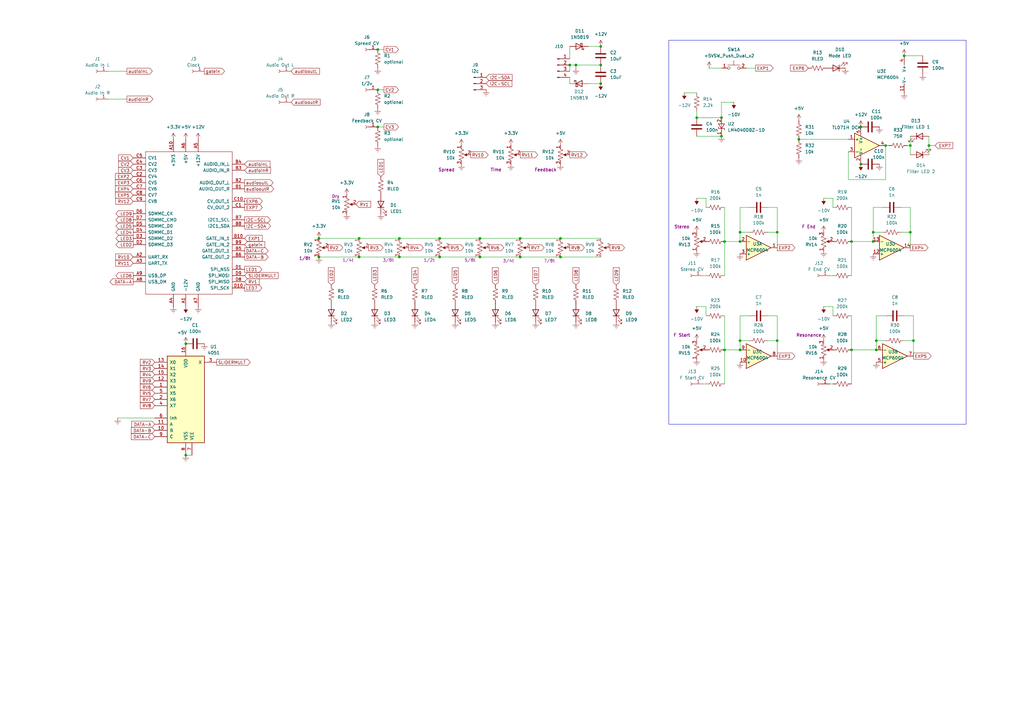
<source format=kicad_sch>
(kicad_sch (version 20250114) (generator "eeschema") (generator_version "9.0")
  (paper "A3")
  (lib_symbols
    (symbol "4xxx:4051" (pin_names (offset 1.016))
      (property "Reference" "U" (at -7.62 19.05 0))
      (property "Value" "4051" (at -7.62 -19.05 0))
      (symbol "4051_1_0"
        (pin passive line (at -12.7 15.24 0) (length 5.08) (name "X0") (number "13"))
        (pin passive line (at -12.7 12.7 0) (length 5.08) (name "X1") (number "14"))
        (pin passive line (at -12.7 10.16 0) (length 5.08) (name "X2") (number "15"))
        (pin passive line (at -12.7 7.62 0) (length 5.08) (name "X3") (number "12"))
        (pin passive line (at -12.7 5.08 0) (length 5.08) (name "X4") (number "1"))
        (pin passive line (at -12.7 2.54 0) (length 5.08) (name "X5") (number "5"))
        (pin passive line (at -12.7 0 0) (length 5.08) (name "X6") (number "2"))
        (pin passive line (at -12.7 -2.54 0) (length 5.08) (name "X7") (number "4"))
        (pin input line (at -12.7 -7.62 0) (length 5.08) (name "Inh") (number "6"))
        (pin input line (at -12.7 -10.16 0) (length 5.08) (name "A") (number "11"))
        (pin input line (at -12.7 -12.7 0) (length 5.08) (name "B") (number "10"))
        (pin input line (at -12.7 -15.24 0) (length 5.08) (name "C") (number "9"))
        (pin power_in line (at 0 22.86 270) (length 5.08) (name "VDD") (number "16"))
        (pin power_in line (at 0 -22.86 90) (length 5.08) (name "VSS") (number "8"))
        (pin power_in line (at 2.54 -22.86 90) (length 5.08) (name "VEE") (number "7"))
        (pin passive line (at 12.7 15.24 180) (length 5.08) (name "X") (number "3"))
      )
    )
    (symbol "Amplifier_Operational:MCP6004" (pin_names (offset 0.127))
      (property "Reference" "U" (at 0 5.08 0))
      (property "Value" "MCP6004" (at 0 -5.08 0))
      (symbol "MCP6004_1_1"
        (pin input line (at -7.62 2.54 0) (length 2.54) (name "+") (number "3"))
        (pin input line (at -7.62 -2.54 0) (length 2.54) (name "-") (number "2"))
        (pin output line (at 7.62 0 180) (length 2.54) (name "~") (number "1"))
      )
      (symbol "MCP6004_2_1"
        (pin input line (at -7.62 2.54 0) (length 2.54) (name "+") (number "5"))
        (pin input line (at -7.62 -2.54 0) (length 2.54) (name "-") (number "6"))
        (pin output line (at 7.62 0 180) (length 2.54) (name "~") (number "7"))
      )
      (symbol "MCP6004_3_1"
        (pin input line (at -7.62 2.54 0) (length 2.54) (name "+") (number "10"))
        (pin input line (at -7.62 -2.54 0) (length 2.54) (name "-") (number "9"))
        (pin output line (at 7.62 0 180) (length 2.54) (name "~") (number "8"))
      )
      (symbol "MCP6004_4_1"
        (pin input line (at -7.62 2.54 0) (length 2.54) (name "+") (number "12"))
        (pin input line (at -7.62 -2.54 0) (length 2.54) (name "-") (number "13"))
        (pin output line (at 7.62 0 180) (length 2.54) (name "~") (number "14"))
      )
      (symbol "MCP6004_5_1"
        (pin power_in line (at -2.54 7.62 270) (length 3.81) (name "V+") (number "4"))
        (pin power_in line (at -2.54 -7.62 90) (length 3.81) (name "V-") (number "11"))
      )
    )
    (symbol "Amplifier_Operational:OPA330xxDCK" (pin_names (offset 0.127))
      (property "Reference" "U" (at 0 5.08 0))
      (property "Value" "OPA330xxDCK" (at 0 -5.08 0))
      (symbol "OPA330xxDCK_0_1"
        (pin power_in line (at -2.54 7.62 270) (length 3.81) (name "V+") (number "5"))
        (pin power_in line (at -2.54 -7.62 90) (length 3.81) (name "V-") (number "2"))
      )
      (symbol "OPA330xxDCK_1_1"
        (pin input line (at -7.62 2.54 0) (length 2.54) (name "+") (number "1"))
        (pin input line (at -7.62 -2.54 0) (length 2.54) (name "-") (number "3"))
        (pin output line (at 7.62 0 180) (length 2.54) (name "~") (number "4"))
      )
    )
    (symbol "Connector:Conn_01x01_Socket" (pin_names (offset 1.016) (hide yes))
      (property "Reference" "J" (at 0 2.54 0))
      (property "Value" "Conn_01x01_Socket" (at 0 -2.54 0))
      (symbol "Conn_01x01_Socket_1_1"
        (pin passive line (at -5.08 0 0) (length 3.81) (name "Pin_1") (number "1"))
      )
    )
    (symbol "Connector:Conn_01x03_Pin" (pin_names (offset 1.016) (hide yes))
      (property "Reference" "J" (at 0 5.08 0))
      (property "Value" "Conn_01x03_Pin" (at 0 -5.08 0))
      (symbol "Conn_01x03_Pin_1_1"
        (pin passive line (at 5.08 2.54 180) (length 3.81) (name "Pin_1") (number "1"))
        (pin passive line (at 5.08 0 180) (length 3.81) (name "Pin_2") (number "2"))
        (pin passive line (at 5.08 -2.54 180) (length 3.81) (name "Pin_3") (number "3"))
      )
    )
    (symbol "Connector:Conn_01x04_Pin" (pin_names (offset 1.016) (hide yes))
      (property "Reference" "J" (at 0 5.08 0))
      (property "Value" "Conn_01x04_Pin" (at 0 -7.62 0))
      (symbol "Conn_01x04_Pin_1_1"
        (pin passive line (at 5.08 2.54 180) (length 3.81) (name "Pin_1") (number "1"))
        (pin passive line (at 5.08 0 180) (length 3.81) (name "Pin_2") (number "2"))
        (pin passive line (at 5.08 -2.54 180) (length 3.81) (name "Pin_3") (number "3"))
        (pin passive line (at 5.08 -5.08 180) (length 3.81) (name "Pin_4") (number "4"))
      )
    )
    (symbol "DAISY_PATCH_SM:ES_DAISY_PATCH_SM_REV1" (pin_names (offset 1.016))
      (symbol "ES_DAISY_PATCH_SM_REV1_1_0"
        (pin input line (at -22.86 25.4 0) (length 5.08) (name "CV1") (number "C5"))
        (pin input line (at -22.86 22.86 0) (length 5.08) (name "CV2") (number "C4"))
        (pin input line (at -22.86 20.32 0) (length 5.08) (name "CV3") (number "C3"))
        (pin input line (at -22.86 17.78 0) (length 5.08) (name "CV4") (number "C2"))
        (pin input line (at -22.86 15.24 0) (length 5.08) (name "CV5") (number "C6"))
        (pin input line (at -22.86 12.7 0) (length 5.08) (name "CV6") (number "C7"))
        (pin input line (at -22.86 10.16 0) (length 5.08) (name "CV7") (number "C8"))
        (pin input line (at -22.86 7.62 0) (length 5.08) (name "CV8") (number "C9"))
        (pin bidirectional line (at -22.86 2.54 0) (length 5.08) (name "SDMMC_CK") (number "D6"))
        (pin bidirectional line (at -22.86 0 0) (length 5.08) (name "SDMMC_CMD") (number "D7"))
        (pin bidirectional line (at -22.86 -2.54 0) (length 5.08) (name "SDMMC_D0") (number "D5"))
        (pin bidirectional line (at -22.86 -5.08 0) (length 5.08) (name "SDMMC_D1") (number "D4"))
        (pin bidirectional line (at -22.86 -7.62 0) (length 5.08) (name "SDMMC_D2") (number "D3"))
        (pin bidirectional line (at -22.86 -10.16 0) (length 5.08) (name "SDMMC_D3") (number "D2"))
        (pin bidirectional line (at -22.86 -15.24 0) (length 5.08) (name "UART_RX") (number "A2"))
        (pin bidirectional line (at -22.86 -17.78 0) (length 5.08) (name "UART_TX") (number "A3"))
        (pin bidirectional line (at -22.86 -22.86 0) (length 5.08) (name "USB_DP") (number "A9"))
        (pin bidirectional line (at -22.86 -25.4 0) (length 5.08) (name "USB_DM") (number "A8"))
        (pin power_out line (at -6.35 33.02 270) (length 5.08) (name "+3V3") (number "A10"))
        (pin power_in line (at -6.35 -35.56 90) (length 5.08) (name "GND") (number "A4"))
        (pin power_out line (at -1.27 33.02 270) (length 5.08) (name "+5V") (number "A6"))
        (pin power_in line (at -1.27 -35.56 90) (length 5.08) (name "-12V") (number "A1"))
        (pin power_in line (at 3.81 33.02 270) (length 5.08) (name "+12V") (number "A5"))
        (pin power_in line (at 3.81 -35.56 90) (length 5.08) (name "GND") (number "A7"))
        (pin input line (at 22.86 22.86 180) (length 5.08) (name "AUDIO_IN_L") (number "B4"))
        (pin input line (at 22.86 20.32 180) (length 5.08) (name "AUDIO_IN_R") (number "B3"))
        (pin output line (at 22.86 15.24 180) (length 5.08) (name "AUDIO_OUT_L") (number "B2"))
        (pin output line (at 22.86 12.7 180) (length 5.08) (name "AUDIO_OUT_R") (number "B1"))
        (pin output line (at 22.86 7.62 180) (length 5.08) (name "CV_OUT_1") (number "C10"))
        (pin output line (at 22.86 5.08 180) (length 5.08) (name "CV_OUT_2") (number "C1"))
        (pin bidirectional line (at 22.86 0 180) (length 5.08) (name "I2C1_SCL") (number "B7"))
        (pin bidirectional line (at 22.86 -2.54 180) (length 5.08) (name "I2C1_SDA") (number "B8"))
        (pin input line (at 22.86 -7.62 180) (length 5.08) (name "GATE_IN_1") (number "B10"))
        (pin input line (at 22.86 -10.16 180) (length 5.08) (name "GATE_IN_2") (number "B9"))
        (pin output line (at 22.86 -12.7 180) (length 5.08) (name "GATE_OUT_1") (number "B5"))
        (pin output line (at 22.86 -15.24 180) (length 5.08) (name "GATE_OUT_2") (number "B6"))
        (pin bidirectional line (at 22.86 -20.32 180) (length 5.08) (name "SPI_NSS") (number "D1"))
        (pin bidirectional line (at 22.86 -22.86 180) (length 5.08) (name "SPI_MOSI") (number "D9"))
        (pin bidirectional line (at 22.86 -25.4 180) (length 5.08) (name "SPI_MISO") (number "D8"))
        (pin bidirectional line (at 22.86 -27.94 180) (length 5.08) (name "SPI_SCK") (number "D10"))
      )
    )
    (symbol "Device:C" (pin_numbers (hide yes)) (pin_names (offset 0.254))
      (property "Reference" "C" (at 0.635 2.54 0))
      (property "Value" "C" (at 0.635 -2.54 0))
      (symbol "C_1_1"
        (pin passive line (at 0 3.81 270) (length 2.794) (name "~") (number "1"))
        (pin passive line (at 0 -3.81 90) (length 2.794) (name "~") (number "2"))
      )
    )
    (symbol "Device:LED" (pin_numbers (hide yes)) (pin_names (offset 1.016) (hide yes))
      (property "Reference" "D" (at 0 2.54 0))
      (property "Value" "LED" (at 0 -2.54 0))
      (symbol "LED_1_1"
        (pin passive line (at -3.81 0 0) (length 2.54) (name "K") (number "1"))
        (pin passive line (at 3.81 0 180) (length 2.54) (name "A") (number "2"))
      )
    )
    (symbol "Device:R_Potentiometer_US" (pin_names (offset 1.016) (hide yes))
      (property "Reference" "RV" (at -4.445 0 90))
      (property "Value" "R_Potentiometer_US" (at -2.54 0 90))
      (symbol "R_Potentiometer_US_1_1"
        (pin passive line (at 0 3.81 270) (length 1.27) (name "1") (number "1"))
        (pin passive line (at 0 -3.81 90) (length 1.27) (name "3") (number "3"))
        (pin passive line (at 3.81 0 180) (length 1.27) (name "2") (number "2"))
      )
    )
    (symbol "Device:R_US" (pin_numbers (hide yes)) (pin_names (offset 0))
      (property "Reference" "R" (at 2.54 0 90))
      (property "Value" "R_US" (at -2.54 0 90))
      (symbol "R_US_1_1"
        (pin passive line (at 0 3.81 270) (length 1.27) (name "~") (number "1"))
        (pin passive line (at 0 -3.81 90) (length 1.27) (name "~") (number "2"))
      )
    )
    (symbol "Diode:1N5819" (pin_numbers (hide yes)) (pin_names (offset 1.016) (hide yes))
      (property "Reference" "D" (at 0 2.54 0))
      (property "Value" "1N5819" (at 0 -2.54 0))
      (symbol "1N5819_1_1"
        (pin passive line (at -3.81 0 0) (length 2.54) (name "K") (number "1"))
        (pin passive line (at 3.81 0 180) (length 2.54) (name "A") (number "2"))
      )
    )
    (symbol "Reference_Voltage:LM4040DBZ-10" (pin_names (offset 0.0254) (hide yes))
      (property "Reference" "U" (at 0 2.54 0))
      (property "Value" "LM4040DBZ-10" (at 0 -3.175 0))
      (symbol "LM4040DBZ-10_1_1"
        (pin passive line (at -3.81 0 0) (length 2.54) (name "A") (number "2"))
        (pin no_connect line (at -1.27 0 0) (length 2.54) (hide yes) (name "NC") (number "3"))
        (pin passive line (at 3.81 0 180) (length 2.54) (name "K") (number "1"))
      )
    )
    (symbol "Switch:SW_Push_Dual_x2" (pin_names (offset 1.016) (hide yes))
      (property "Reference" "SW" (at 1.27 2.54 0))
      (property "Value" "SW_Push_Dual_x2" (at 0 -1.524 0))
      (symbol "SW_Push_Dual_x2_1_1"
        (pin passive line (at -5.08 0 0) (length 2.54) (name "C") (number "1"))
        (pin passive line (at 5.08 0 180) (length 2.54) (name "D") (number "2"))
      )
      (symbol "SW_Push_Dual_x2_2_1"
        (pin passive line (at -5.08 0 0) (length 2.54) (name "C") (number "3"))
        (pin passive line (at 5.08 0 180) (length 2.54) (name "D") (number "4"))
      )
    )
    (symbol "power:+12V" (power) (pin_numbers (hide yes)) (pin_names (offset 0) (hide yes))
      (property "Value" "+12V" (at 0 3.556 0))
      (symbol "+12V_1_1"
        (pin power_in line (at 0 0 90) (length 0) (name "~") (number "1"))
      )
    )
    (symbol "power:+3.3V" (power) (pin_numbers (hide yes)) (pin_names (offset 0) (hide yes))
      (property "Value" "+3.3V" (at 0 3.556 0))
      (symbol "+3.3V_1_1"
        (pin power_in line (at 0 0 90) (length 0) (name "~") (number "1"))
      )
    )
    (symbol "power:+5V" (power) (pin_numbers (hide yes)) (pin_names (offset 0) (hide yes))
      (property "Value" "+5V" (at 0 3.556 0))
      (symbol "+5V_1_1"
        (pin power_in line (at 0 0 90) (length 0) (name "~") (number "1"))
      )
    )
    (symbol "power:-10V" (power) (pin_numbers (hide yes)) (pin_names (offset 0) (hide yes))
      (property "Value" "-10V" (at 0 3.556 0))
      (symbol "-10V_0_0"
        (pin power_in line (at 0 0 90) (length 0) (name "~") (number "1"))
      )
    )
    (symbol "power:-12V" (power) (pin_numbers (hide yes)) (pin_names (offset 0) (hide yes))
      (property "Value" "-12V" (at 0 3.556 0))
      (symbol "-12V_0_0"
        (pin power_in line (at 0 0 90) (length 0) (name "~") (number "1"))
      )
    )
    (symbol "power:GNDREF" (power) (pin_numbers (hide yes)) (pin_names (offset 0) (hide yes))
      (property "Value" "GNDREF" (at 0 -3.81 0))
      (symbol "GNDREF_1_1"
        (pin power_in line (at 0 0 270) (length 0) (name "~") (number "1"))
      )
    )
  )
  (rectangle (start 274.32 16.51) (end 396.24 173.99))
  (junction (at 154.94 36.83))
  (junction (at 373.38 95.25))
  (junction (at 196.85 97.79))
  (junction (at 381 59.69))
  (junction (at 358.14 99.06))
  (junction (at 318.77 95.25))
  (junction (at 363.22 59.69))
  (junction (at 236.22 26.67))
  (junction (at 246.38 34.29))
  (junction (at 196.85 105.41))
  (junction (at 246.38 26.67))
  (junction (at 147.32 97.79))
  (junction (at 180.34 105.41))
  (junction (at 147.32 105.41))
  (junction (at 303.53 95.25))
  (junction (at 154.94 20.32))
  (junction (at 353.06 52.07))
  (junction (at 233.68 26.67))
  (junction (at 295.91 55.88))
  (junction (at 303.53 139.7))
  (junction (at 370.84 22.86))
  (junction (at 297.18 99.06))
  (junction (at 130.81 105.41))
  (junction (at 359.41 143.51))
  (junction (at 163.83 105.41))
  (junction (at 163.83 97.79))
  (junction (at 130.81 97.79))
  (junction (at 349.25 99.06))
  (junction (at 229.87 105.41))
  (junction (at 297.18 143.51))
  (junction (at 358.14 95.25))
  (junction (at 76.2 140.97))
  (junction (at 246.38 19.05))
  (junction (at 229.87 97.79))
  (junction (at 154.94 52.07))
  (junction (at 303.53 143.51))
  (junction (at 76.2 186.69))
  (junction (at 374.65 139.7))
  (junction (at 359.41 139.7))
  (junction (at 318.77 139.7))
  (junction (at 180.34 97.79))
  (junction (at 327.66 57.15))
  (junction (at 213.36 105.41))
  (junction (at 295.91 48.26))
  (junction (at 349.25 143.51))
  (junction (at 213.36 97.79))
  (junction (at 303.53 99.06))
  (junction (at 285.75 48.26))
  (junction (at 373.38 59.69))
  (junction (at 353.06 67.31))
  (wire (pts (xy 374.65 146.05) (xy 374.65 139.7)))
  (wire (pts (xy 318.77 129.54) (xy 314.96 129.54)))
  (wire (pts (xy 337.82 81.28) (xy 341.63 81.28)))
  (wire (pts (xy 289.56 81.28) (xy 289.56 85.09)))
  (wire (pts (xy 358.14 85.09) (xy 361.95 85.09)))
  (wire (pts (xy 295.91 48.26) (xy 295.91 41.91)))
  (wire (pts (xy 303.53 85.09) (xy 303.53 95.25)))
  (wire (pts (xy 213.36 105.41) (xy 229.87 105.41)))
  (wire (pts (xy 297.18 129.54) (xy 297.18 143.51)))
  (wire (pts (xy 327.66 57.15) (xy 347.98 57.15)))
  (wire (pts (xy 303.53 129.54) (xy 307.34 129.54)))
  (wire (pts (xy 370.84 22.86) (xy 378.46 22.86)))
  (wire (pts (xy 285.75 48.26) (xy 295.91 48.26)))
  (wire (pts (xy 349.25 99.06) (xy 349.25 113.03)))
  (wire (pts (xy 373.38 55.88) (xy 373.38 59.69)))
  (wire (pts (xy 349.25 143.51) (xy 349.25 157.48)))
  (wire (pts (xy 314.96 95.25) (xy 318.77 95.25)))
  (wire (pts (xy 303.53 95.25) (xy 303.53 99.06)))
  (wire (pts (xy 147.32 105.41) (xy 163.83 105.41)))
  (wire (pts (xy 213.36 97.79) (xy 229.87 97.79)))
  (wire (pts (xy 318.77 85.09) (xy 314.96 85.09)))
  (wire (pts (xy 373.38 85.09) (xy 373.38 95.25)))
  (wire (pts (xy 229.87 105.41) (xy 246.38 105.41)))
  (wire (pts (xy 369.57 85.09) (xy 373.38 85.09)))
  (wire (pts (xy 347.98 73.66) (xy 363.22 73.66)))
  (wire (pts (xy 359.41 139.7) (xy 359.41 143.51)))
  (wire (pts (xy 285.75 125.73) (xy 289.56 125.73)))
  (wire (pts (xy 289.56 113.03) (xy 288.29 113.03)))
  (wire (pts (xy 359.41 129.54) (xy 359.41 139.7)))
  (wire (pts (xy 290.83 27.94) (xy 295.91 27.94)))
  (wire (pts (xy 130.81 105.41) (xy 147.32 105.41)))
  (wire (pts (xy 318.77 95.25) (xy 318.77 85.09)))
  (wire (pts (xy 363.22 73.66) (xy 363.22 59.69)))
  (wire (pts (xy 241.3 19.05) (xy 246.38 19.05)))
  (wire (pts (xy 180.34 97.79) (xy 196.85 97.79)))
  (wire (pts (xy 196.85 105.41) (xy 213.36 105.41)))
  (wire (pts (xy 361.95 95.25) (xy 358.14 95.25)))
  (wire (pts (xy 285.75 81.28) (xy 289.56 81.28)))
  (wire (pts (xy 359.41 139.7) (xy 363.22 139.7)))
  (wire (pts (xy 358.14 95.25) (xy 358.14 85.09)))
  (wire (pts (xy 130.81 97.79) (xy 147.32 97.79)))
  (wire (pts (xy 297.18 143.51) (xy 297.18 157.48)))
  (wire (pts (xy 52.07 40.64) (xy 44.45 40.64)))
  (wire (pts (xy 381 55.88) (xy 381 59.69)))
  (wire (pts (xy 280.67 38.1) (xy 285.75 38.1)))
  (wire (pts (xy 297.18 143.51) (xy 303.53 143.51)))
  (wire (pts (xy 341.63 157.48) (xy 340.36 157.48)))
  (wire (pts (xy 297.18 99.06) (xy 303.53 99.06)))
  (wire (pts (xy 314.96 139.7) (xy 318.77 139.7)))
  (wire (pts (xy 147.32 97.79) (xy 163.83 97.79)))
  (wire (pts (xy 229.87 97.79) (xy 246.38 97.79)))
  (wire (pts (xy 337.82 125.73) (xy 341.63 125.73)))
  (wire (pts (xy 295.91 41.91) (xy 300.99 41.91)))
  (wire (pts (xy 372.11 59.69) (xy 373.38 59.69)))
  (wire (pts (xy 370.84 139.7) (xy 374.65 139.7)))
  (wire (pts (xy 289.56 125.73) (xy 289.56 129.54)))
  (wire (pts (xy 341.63 113.03) (xy 340.36 113.03)))
  (wire (pts (xy 163.83 105.41) (xy 180.34 105.41)))
  (wire (pts (xy 241.3 34.29) (xy 246.38 34.29)))
  (wire (pts (xy 303.53 139.7) (xy 303.53 129.54)))
  (wire (pts (xy 157.48 36.83) (xy 154.94 36.83)))
  (wire (pts (xy 297.18 99.06) (xy 297.18 113.03)))
  (wire (pts (xy 349.25 99.06) (xy 358.14 99.06)))
  (wire (pts (xy 180.34 105.41) (xy 196.85 105.41)))
  (wire (pts (xy 374.65 129.54) (xy 370.84 129.54)))
  (wire (pts (xy 285.75 45.72) (xy 285.75 48.26)))
  (wire (pts (xy 289.56 157.48) (xy 288.29 157.48)))
  (wire (pts (xy 381 59.69) (xy 381 63.5)))
  (wire (pts (xy 233.68 31.75) (xy 233.68 34.29)))
  (wire (pts (xy 297.18 85.09) (xy 297.18 99.06)))
  (wire (pts (xy 364.49 59.69) (xy 363.22 59.69)))
  (wire (pts (xy 52.07 29.21) (xy 44.45 29.21)))
  (wire (pts (xy 307.34 85.09) (xy 303.53 85.09)))
  (wire (pts (xy 373.38 59.69) (xy 373.38 63.5)))
  (wire (pts (xy 347.98 62.23) (xy 347.98 73.66)))
  (wire (pts (xy 196.85 97.79) (xy 213.36 97.79)))
  (wire (pts (xy 381 59.69) (xy 383.54 59.69)))
  (wire (pts (xy 341.63 125.73) (xy 341.63 129.54)))
  (wire (pts (xy 76.2 186.69) (xy 78.74 186.69)))
  (wire (pts (xy 233.68 26.67) (xy 233.68 29.21)))
  (wire (pts (xy 157.48 52.07) (xy 154.94 52.07)))
  (wire (pts (xy 358.14 95.25) (xy 358.14 99.06)))
  (wire (pts (xy 303.53 143.51) (xy 303.53 139.7)))
  (wire (pts (xy 303.53 95.25) (xy 307.34 95.25)))
  (wire (pts (xy 363.22 129.54) (xy 359.41 129.54)))
  (wire (pts (xy 236.22 26.67) (xy 236.22 27.94)))
  (wire (pts (xy 285.75 55.88) (xy 295.91 55.88)))
  (wire (pts (xy 369.57 95.25) (xy 373.38 95.25)))
  (wire (pts (xy 303.53 139.7) (xy 307.34 139.7)))
  (wire (pts (xy 233.68 19.05) (xy 233.68 24.13)))
  (wire (pts (xy 309.88 27.94) (xy 306.07 27.94)))
  (wire (pts (xy 373.38 95.25) (xy 373.38 101.6)))
  (wire (pts (xy 163.83 97.79) (xy 180.34 97.79)))
  (wire (pts (xy 374.65 139.7) (xy 374.65 129.54)))
  (wire (pts (xy 349.25 143.51) (xy 359.41 143.51)))
  (wire (pts (xy 318.77 101.6) (xy 318.77 95.25)))
  (wire (pts (xy 318.77 139.7) (xy 318.77 129.54)))
  (wire (pts (xy 233.68 26.67) (xy 236.22 26.67)))
  (wire (pts (xy 341.63 81.28) (xy 341.63 85.09)))
  (wire (pts (xy 349.25 129.54) (xy 349.25 143.51)))
  (wire (pts (xy 48.26 171.45) (xy 63.5 171.45)))
  (wire (pts (xy 318.77 146.05) (xy 318.77 139.7)))
  (wire (pts (xy 236.22 26.67) (xy 246.38 26.67)))
  (wire (pts (xy 349.25 85.09) (xy 349.25 99.06)))
  (wire (pts (xy 157.48 20.32) (xy 154.94 20.32)))
  (global_label "EXP2" (shape input) (at 54.61 72.39 180) (property "Intersheetrefs" "${INTERSHEET_REFS}" (effects (hide yes))))
  (global_label "LED4" (shape input) (at 170.18 116.84 90) (property "Intersheetrefs" "${INTERSHEET_REFS}" (effects (hide yes))))
  (global_label "RV8" (shape output) (at 233.68 101.6 0) (property "Intersheetrefs" "${INTERSHEET_REFS}" (effects (hide yes))))
  (global_label "audiooutL" (shape output) (at 100.33 74.93 0) (property "Intersheetrefs" "${INTERSHEET_REFS}" (effects (hide yes))))
  (global_label "RV1" (shape input) (at 100.33 115.57 0) (property "Intersheetrefs" "${INTERSHEET_REFS}" (effects (hide yes))))
  (global_label "EXP3" (shape output) (at 318.77 146.05 0) (property "Intersheetrefs" "${INTERSHEET_REFS}" (effects (hide yes))))
  (global_label "audioinL" (shape output) (at 52.07 29.21 0) (property "Intersheetrefs" "${INTERSHEET_REFS}" (effects (hide yes))))
  (global_label "RV11" (shape input) (at 54.61 107.95 180) (property "Intersheetrefs" "${INTERSHEET_REFS}" (effects (hide yes))))
  (global_label "EXP2" (shape output) (at 318.77 101.6 0) (property "Intersheetrefs" "${INTERSHEET_REFS}" (effects (hide yes))))
  (global_label "EXP5" (shape input) (at 54.61 80.01 180) (property "Intersheetrefs" "${INTERSHEET_REFS}" (effects (hide yes))))
  (global_label "RV11" (shape output) (at 213.36 63.5 0) (property "Intersheetrefs" "${INTERSHEET_REFS}" (effects (hide yes))))
  (global_label "RV9" (shape input) (at 63.5 156.21 180) (property "Intersheetrefs" "${INTERSHEET_REFS}" (effects (hide yes))))
  (global_label "LED8" (shape input) (at 236.22 116.84 90) (property "Intersheetrefs" "${INTERSHEET_REFS}" (effects (hide yes))))
  (global_label "LED9" (shape output) (at 54.61 87.63 180) (property "Intersheetrefs" "${INTERSHEET_REFS}" (effects (hide yes))))
  (global_label "LED3" (shape output) (at 54.61 97.79 180) (property "Intersheetrefs" "${INTERSHEET_REFS}" (effects (hide yes))))
  (global_label "RV2" (shape output) (at 134.62 101.6 0) (property "Intersheetrefs" "${INTERSHEET_REFS}" (effects (hide yes))))
  (global_label "RV1" (shape input) (at 146.05 83.82 0) (property "Intersheetrefs" "${INTERSHEET_REFS}" (effects (hide yes))))
  (global_label "CV2" (shape input) (at 54.61 67.31 180) (property "Intersheetrefs" "${INTERSHEET_REFS}" (effects (hide yes))))
  (global_label "gatein" (shape output) (at 83.82 29.21 0) (property "Intersheetrefs" "${INTERSHEET_REFS}" (effects (hide yes))))
  (global_label "DATA-B" (shape output) (at 100.33 105.41 0) (property "Intersheetrefs" "${INTERSHEET_REFS}" (effects (hide yes))))
  (global_label "I2C-SCL" (shape input) (at 199.39 34.29 0) (property "Intersheetrefs" "${INTERSHEET_REFS}" (effects (hide yes))))
  (global_label "RV9" (shape output) (at 250.19 101.6 0) (property "Intersheetrefs" "${INTERSHEET_REFS}" (effects (hide yes))))
  (global_label "EXP5" (shape output) (at 374.65 146.05 0) (property "Intersheetrefs" "${INTERSHEET_REFS}" (effects (hide yes))))
  (global_label "DATA-C" (shape output) (at 100.33 102.87 0) (property "Intersheetrefs" "${INTERSHEET_REFS}" (effects (hide yes))))
  (global_label "RV7" (shape input) (at 63.5 163.83 180) (property "Intersheetrefs" "${INTERSHEET_REFS}" (effects (hide yes))))
  (global_label "EXP4" (shape input) (at 54.61 77.47 180) (property "Intersheetrefs" "${INTERSHEET_REFS}" (effects (hide yes))))
  (global_label "LED1" (shape input) (at 156.21 72.39 90) (property "Intersheetrefs" "${INTERSHEET_REFS}" (effects (hide yes))))
  (global_label "I2C-SDA" (shape input) (at 199.39 31.75 0) (property "Intersheetrefs" "${INTERSHEET_REFS}" (effects (hide yes))))
  (global_label "EXP1" (shape output) (at 309.88 27.94 0) (property "Intersheetrefs" "${INTERSHEET_REFS}" (effects (hide yes))))
  (global_label "RV5" (shape input) (at 63.5 161.29 180) (property "Intersheetrefs" "${INTERSHEET_REFS}" (effects (hide yes))))
  (global_label "RV10" (shape output) (at 193.04 63.5 0) (property "Intersheetrefs" "${INTERSHEET_REFS}" (effects (hide yes))))
  (global_label "CV2" (shape output) (at 157.48 36.83 0) (property "Intersheetrefs" "${INTERSHEET_REFS}" (effects (hide yes))))
  (global_label "CV1" (shape input) (at 54.61 64.77 180) (property "Intersheetrefs" "${INTERSHEET_REFS}" (effects (hide yes))))
  (global_label "I2C-SDA" (shape output) (at 100.33 92.71 0) (property "Intersheetrefs" "${INTERSHEET_REFS}" (effects (hide yes))))
  (global_label "DATA-A" (shape input) (at 63.5 173.99 180) (property "Intersheetrefs" "${INTERSHEET_REFS}" (effects (hide yes))))
  (global_label "RV8" (shape input) (at 63.5 166.37 180) (property "Intersheetrefs" "${INTERSHEET_REFS}" (effects (hide yes))))
  (global_label "gatein" (shape input) (at 100.33 100.33 0) (property "Intersheetrefs" "${INTERSHEET_REFS}" (effects (hide yes))))
  (global_label "audiooutL" (shape input) (at 119.38 29.21 0) (property "Intersheetrefs" "${INTERSHEET_REFS}" (effects (hide yes))))
  (global_label "RV3" (shape input) (at 63.5 151.13 180) (property "Intersheetrefs" "${INTERSHEET_REFS}" (effects (hide yes))))
  (global_label "audiooutR" (shape input) (at 119.38 41.91 0) (property "Intersheetrefs" "${INTERSHEET_REFS}" (effects (hide yes))))
  (global_label "EXP3" (shape input) (at 54.61 74.93 180) (property "Intersheetrefs" "${INTERSHEET_REFS}" (effects (hide yes))))
  (global_label "RV4" (shape output) (at 167.64 101.6 0) (property "Intersheetrefs" "${INTERSHEET_REFS}" (effects (hide yes))))
  (global_label "RV4" (shape input) (at 63.5 153.67 180) (property "Intersheetrefs" "${INTERSHEET_REFS}" (effects (hide yes))))
  (global_label "LED2" (shape input) (at 135.89 116.84 90) (property "Intersheetrefs" "${INTERSHEET_REFS}" (effects (hide yes))))
  (global_label "EXP6" (shape input) (at 331.47 27.94 180) (property "Intersheetrefs" "${INTERSHEET_REFS}" (effects (hide yes))))
  (global_label "audioinR" (shape input) (at 100.33 69.85 0) (property "Intersheetrefs" "${INTERSHEET_REFS}" (effects (hide yes))))
  (global_label "LED6" (shape output) (at 54.61 113.03 180) (property "Intersheetrefs" "${INTERSHEET_REFS}" (effects (hide yes))))
  (global_label "EXP7" (shape output) (at 100.33 85.09 0) (property "Intersheetrefs" "${INTERSHEET_REFS}" (effects (hide yes))))
  (global_label "LED7" (shape output) (at 100.33 118.11 0) (property "Intersheetrefs" "${INTERSHEET_REFS}" (effects (hide yes))))
  (global_label "RV2" (shape input) (at 63.5 148.59 180) (property "Intersheetrefs" "${INTERSHEET_REFS}" (effects (hide yes))))
  (global_label "LED9" (shape input) (at 252.73 116.84 90) (property "Intersheetrefs" "${INTERSHEET_REFS}" (effects (hide yes))))
  (global_label "LED3" (shape input) (at 153.67 116.84 90) (property "Intersheetrefs" "${INTERSHEET_REFS}" (effects (hide yes))))
  (global_label "SLIDERMULT" (shape input) (at 100.33 113.03 0) (property "Intersheetrefs" "${INTERSHEET_REFS}" (effects (hide yes))))
  (global_label "LED5" (shape output) (at 54.61 92.71 180) (property "Intersheetrefs" "${INTERSHEET_REFS}" (effects (hide yes))))
  (global_label "DATA-C" (shape input) (at 63.5 179.07 180) (property "Intersheetrefs" "${INTERSHEET_REFS}" (effects (hide yes))))
  (global_label "audioinL" (shape input) (at 100.33 67.31 0) (property "Intersheetrefs" "${INTERSHEET_REFS}" (effects (hide yes))))
  (global_label "RV7" (shape output) (at 217.17 101.6 0) (property "Intersheetrefs" "${INTERSHEET_REFS}" (effects (hide yes))))
  (global_label "CV3" (shape output) (at 157.48 52.07 0) (property "Intersheetrefs" "${INTERSHEET_REFS}" (effects (hide yes))))
  (global_label "LED5" (shape input) (at 186.69 116.84 90) (property "Intersheetrefs" "${INTERSHEET_REFS}" (effects (hide yes))))
  (global_label "EXP6" (shape output) (at 100.33 82.55 0) (property "Intersheetrefs" "${INTERSHEET_REFS}" (effects (hide yes))))
  (global_label "audioinR" (shape output) (at 52.07 40.64 0) (property "Intersheetrefs" "${INTERSHEET_REFS}" (effects (hide yes))))
  (global_label "LED8" (shape output) (at 54.61 90.17 180) (property "Intersheetrefs" "${INTERSHEET_REFS}" (effects (hide yes))))
  (global_label "I2C-SCL" (shape output) (at 100.33 90.17 0) (property "Intersheetrefs" "${INTERSHEET_REFS}" (effects (hide yes))))
  (global_label "RV10" (shape input) (at 54.61 105.41 180) (property "Intersheetrefs" "${INTERSHEET_REFS}" (effects (hide yes))))
  (global_label "EXP4" (shape output) (at 373.38 101.6 0) (property "Intersheetrefs" "${INTERSHEET_REFS}" (effects (hide yes))))
  (global_label "LED4" (shape output) (at 54.61 95.25 180) (property "Intersheetrefs" "${INTERSHEET_REFS}" (effects (hide yes))))
  (global_label "RV6" (shape output) (at 200.66 101.6 0) (property "Intersheetrefs" "${INTERSHEET_REFS}" (effects (hide yes))))
  (global_label "RV12" (shape output) (at 233.68 63.5 0) (property "Intersheetrefs" "${INTERSHEET_REFS}" (effects (hide yes))))
  (global_label "SLIDERMULT" (shape output) (at 88.9 148.59 0) (property "Intersheetrefs" "${INTERSHEET_REFS}" (effects (hide yes))))
  (global_label "RV5" (shape output) (at 184.15 101.6 0) (property "Intersheetrefs" "${INTERSHEET_REFS}" (effects (hide yes))))
  (global_label "audiooutR" (shape output) (at 100.33 77.47 0) (property "Intersheetrefs" "${INTERSHEET_REFS}" (effects (hide yes))))
  (global_label "LED6" (shape input) (at 203.2 116.84 90) (property "Intersheetrefs" "${INTERSHEET_REFS}" (effects (hide yes))))
  (global_label "CV1" (shape output) (at 157.48 20.32 0) (property "Intersheetrefs" "${INTERSHEET_REFS}" (effects (hide yes))))
  (global_label "EXP1" (shape input) (at 100.33 97.79 0) (property "Intersheetrefs" "${INTERSHEET_REFS}" (effects (hide yes))))
  (global_label "LED1" (shape output) (at 100.33 110.49 0) (property "Intersheetrefs" "${INTERSHEET_REFS}" (effects (hide yes))))
  (global_label "CV3" (shape input) (at 54.61 69.85 180) (property "Intersheetrefs" "${INTERSHEET_REFS}" (effects (hide yes))))
  (global_label "LED7" (shape input) (at 219.71 116.84 90) (property "Intersheetrefs" "${INTERSHEET_REFS}" (effects (hide yes))))
  (global_label "RV3" (shape output) (at 151.13 101.6 0) (property "Intersheetrefs" "${INTERSHEET_REFS}" (effects (hide yes))))
  (global_label "DATA-A" (shape output) (at 54.61 115.57 180) (property "Intersheetrefs" "${INTERSHEET_REFS}" (effects (hide yes))))
  (global_label "DATA-B" (shape input) (at 63.5 176.53 180) (property "Intersheetrefs" "${INTERSHEET_REFS}" (effects (hide yes))))
  (global_label "RV6" (shape input) (at 63.5 158.75 180) (property "Intersheetrefs" "${INTERSHEET_REFS}" (effects (hide yes))))
  (global_label "EXP7" (shape input) (at 383.54 59.69 0) (property "Intersheetrefs" "${INTERSHEET_REFS}" (effects (hide yes))))
  (global_label "LED2" (shape output) (at 54.61 100.33 180) (property "Intersheetrefs" "${INTERSHEET_REFS}" (effects (hide yes))))
  (global_label "RV12" (shape input) (at 54.61 82.55 180) (property "Intersheetrefs" "${INTERSHEET_REFS}" (effects (hide yes))))
  (symbol (lib_id "power:-10V") (at 337.82 81.28 180) (unit 1)
    (property "Reference" "#PWR048" (effects (hide yes)))
    (property "Value" "-10V" (at 337.82 86.36 0))
    (property "Description" "Power symbol creates a global label with name \"-10V\"" (effects (hide yes)))
  )
  (symbol (lib_id "Device:LED") (at 377.19 63.5 180) (unit 1)
    (property "Reference" "D14" (at 377.698 67.818 0))
    (property "Value" "Filter LED 2" (at 377.698 70.358 0))
    (property "Footprint" "LED_THT:LED_D3.0mm" (effects (hide yes)))
    (property "Description" "Light emitting diode" (effects (hide yes)))
    (property "Sim.Pins" "1=K 2=A" (effects (hide yes)))
  )
  (symbol (lib_id "power:-10V") (at 300.99 41.91 180) (unit 1)
    (property "Reference" "#PWR040" (effects (hide yes)))
    (property "Value" "-10V" (at 300.99 46.99 0))
    (property "Description" "Power symbol creates a global label with name \"-10V\"" (effects (hide yes)))
  )
  (symbol (lib_id "Connector:Conn_01x01_Socket") (at 114.3 41.91 180) (unit 1)
    (property "Reference" "J5" (at 114.935 36.83 0))
    (property "Value" "Audio Out R" (at 114.935 39.37 0))
    (property "Footprint" "Library:BananaJackHookup" (effects (hide yes)))
    (property "Description" "Generic connector, single row, 01x01, script generated" (effects (hide yes)))
  )
  (symbol (lib_id "Connector:Conn_01x01_Socket") (at 335.28 113.03 180) (unit 1)
    (property "Reference" "J12" (at 335.915 107.95 0))
    (property "Value" "F End CV" (at 335.915 110.49 0))
    (property "Footprint" "Library:BananaJackHookup" (effects (hide yes)))
    (property "Description" "Generic connector, single row, 01x01, script generated" (effects (hide yes)))
  )
  (symbol (lib_id "Device:R_US") (at 327.66 53.34 0) (unit 1)
    (property "Reference" "R31" (at 330.2 52.0699 0) (effects (justify left)))
    (property "Value" "10k" (at 330.2 54.6099 0) (effects (justify left)))
    (property "Footprint" "Resistor_SMD:R_0805_2012Metric_Pad1.20x1.40mm_HandSolder" (effects (hide yes)))
    (property "Description" "Resistor, US symbol" (effects (hide yes)))
  )
  (symbol (lib_id "Device:LED") (at 186.69 128.27 90) (unit 1)
    (property "Reference" "D5" (at 190.5 128.5874 90) (effects (justify right)))
    (property "Value" "LED5" (at 190.5 131.1274 90) (effects (justify right)))
    (property "Footprint" "LED_THT:LED_D3.0mm" (effects (hide yes)))
    (property "Description" "Light emitting diode" (effects (hide yes)))
    (property "Sim.Pins" "1=K 2=A" (effects (hide yes)))
  )
  (symbol (lib_id "Device:R_Potentiometer_US") (at 285.75 99.06 0) (mirror x) (unit 1)
    (property "Reference" "RV13" (at 283.21 100.3301 0) (effects (justify right)))
    (property "Value" "10k" (at 283.21 97.7901 0) (effects (justify right)))
    (property "Footprint" "Library:Alpha Pot" (effects (hide yes)))
    (property "Description" "Stereo" (at 279.654 92.964 0))
  )
  (symbol (lib_id "Connector:Conn_01x01_Socket") (at 39.37 29.21 180) (unit 1)
    (property "Reference" "J1" (at 40.005 24.13 0))
    (property "Value" "Audio In L" (at 40.005 26.67 0))
    (property "Footprint" "Library:BananaJackHookup" (effects (hide yes)))
    (property "Description" "Generic connector, single row, 01x01, script generated" (effects (hide yes)))
  )
  (symbol (lib_id "Amplifier_Operational:MCP6004") (at 311.15 146.05 0) (mirror x) (unit 3)
    (property "Reference" "U3" (at 310.642 144.272 0))
    (property "Value" "MCP6004" (at 310.642 146.812 0))
    (property "Footprint" "Package_SO:SOIC-14_3.9x8.7mm_P1.27mm" (effects (hide yes)))
    (property "Datasheet" "http://ww1.microchip.com/downloads/en/DeviceDoc/21733j.pdf" (effects (hide yes)))
    (property "Description" "1MHz, Low-Power Op Amp, DIP-14/SOIC-14/TSSOP-14" (effects (hide yes)))
  )
  (symbol (lib_id "Device:C") (at 246.38 30.48 0) (unit 1)
    (property "Reference" "C3" (at 250.19 29.2099 0) (effects (justify left)))
    (property "Value" "10uF" (at 250.19 31.7499 0) (effects (justify left)))
    (property "Footprint" "Capacitor_SMD:C_0805_2012Metric_Pad1.18x1.45mm_HandSolder" (effects (hide yes)))
    (property "Description" "Unpolarized capacitor" (effects (hide yes)))
  )
  (symbol (lib_id "power:-12V") (at 280.67 38.1 180) (unit 1)
    (property "Reference" "#PWR039" (effects (hide yes)))
    (property "Value" "-12V" (at 280.67 43.18 0))
    (property "Description" "Power symbol creates a global label with name \"-12V\"" (effects (hide yes)))
  )
  (symbol (lib_id "power:GNDREF") (at 358.14 104.14 0) (unit 1)
    (property "Reference" "#PWR051" (effects (hide yes)))
    (property "Value" "GNDREF" (effects (hide yes)))
    (property "Description" "Power symbol creates a global label with name \"GNDREF\" , reference supply ground" (effects (hide yes)))
  )
  (symbol (lib_id "power:GNDREF") (at 142.24 87.63 0) (unit 1)
    (property "Reference" "#PWR018" (effects (hide yes)))
    (property "Value" "GNDREF" (effects (hide yes)))
    (property "Description" "Power symbol creates a global label with name \"GNDREF\" , reference supply ground" (effects (hide yes)))
  )
  (symbol (lib_id "power:-12V") (at 246.38 34.29 180) (unit 1)
    (property "Reference" "#PWR029" (effects (hide yes)))
    (property "Value" "-12V" (at 246.38 39.37 0))
    (property "Description" "Power symbol creates a global label with name \"-12V\"" (effects (hide yes)))
  )
  (symbol (lib_id "Device:R_US") (at 154.94 55.88 0) (unit 1)
    (property "Reference" "R3" (at 157.48 54.6099 0) (effects (justify left)))
    (property "Value" "optional" (at 157.48 57.1499 0) (effects (justify left)))
    (property "Footprint" "Resistor_SMD:R_0805_2012Metric_Pad1.20x1.40mm_HandSolder" (effects (hide yes)))
    (property "Description" "Resistor, US symbol" (effects (hide yes)))
  )
  (symbol (lib_id "Device:R_Potentiometer_US") (at 189.23 63.5 0) (unit 1)
    (property "Reference" "RV10" (at 186.69 62.2299 0) (effects (justify right)))
    (property "Value" "10k" (at 186.69 64.7699 0) (effects (justify right)))
    (property "Footprint" "Library:Alpha Pot" (effects (hide yes)))
    (property "Description" "Spread" (at 183.134 69.596 0))
  )
  (symbol (lib_id "power:GNDREF") (at 337.82 102.87 0) (unit 1)
    (property "Reference" "#PWR050" (effects (hide yes)))
    (property "Value" "GNDREF" (effects (hide yes)))
    (property "Description" "Power symbol creates a global label with name \"GNDREF\" , reference supply ground" (effects (hide yes)))
  )
  (symbol (lib_id "Device:LED") (at 342.9 27.94 180) (unit 1)
    (property "Reference" "D10" (at 344.4875 20.32 0))
    (property "Value" "Mode LED" (at 344.4875 22.86 0))
    (property "Footprint" "LED_THT:LED_D3.0mm" (effects (hide yes)))
    (property "Description" "Light emitting diode" (effects (hide yes)))
    (property "Sim.Pins" "1=K 2=A" (effects (hide yes)))
  )
  (symbol (lib_id "Device:R_US") (at 154.94 40.64 0) (unit 1)
    (property "Reference" "R2" (at 157.48 39.3699 0) (effects (justify left)))
    (property "Value" "optional" (at 157.48 41.9099 0) (effects (justify left)))
    (property "Footprint" "Resistor_SMD:R_0805_2012Metric_Pad1.20x1.40mm_HandSolder" (effects (hide yes)))
    (property "Description" "Resistor, US symbol" (effects (hide yes)))
  )
  (symbol (lib_id "Device:R_US") (at 367.03 139.7 90) (unit 1)
    (property "Reference" "R30" (at 367.03 133.35 90))
    (property "Value" "100k" (at 367.03 135.89 90))
    (property "Footprint" "Resistor_SMD:R_0805_2012Metric_Pad1.20x1.40mm_HandSolder" (effects (hide yes)))
    (property "Description" "Resistor, US symbol" (effects (hide yes)))
  )
  (symbol (lib_id "Device:C") (at 311.15 85.09 270) (unit 1)
    (property "Reference" "C5" (at 311.15 77.47 90))
    (property "Value" "1n" (at 311.15 80.01 90))
    (property "Footprint" "Capacitor_SMD:C_0805_2012Metric_Pad1.18x1.45mm_HandSolder" (effects (hide yes)))
    (property "Description" "Unpolarized capacitor" (effects (hide yes)))
  )
  (symbol (lib_id "Device:C") (at 367.03 129.54 270) (unit 1)
    (property "Reference" "C8" (at 367.03 121.92 90))
    (property "Value" "1n" (at 367.03 124.46 90))
    (property "Footprint" "Capacitor_SMD:C_0805_2012Metric_Pad1.18x1.45mm_HandSolder" (effects (hide yes)))
    (property "Description" "Unpolarized capacitor" (effects (hide yes)))
  )
  (symbol (lib_id "power:GNDREF") (at 135.89 132.08 0) (unit 1)
    (property "Reference" "#PWR020" (effects (hide yes)))
    (property "Value" "GNDREF" (effects (hide yes)))
    (property "Description" "Power symbol creates a global label with name \"GNDREF\" , reference supply ground" (effects (hide yes)))
  )
  (symbol (lib_id "power:GNDREF") (at 252.73 132.08 0) (unit 1)
    (property "Reference" "#PWR027" (effects (hide yes)))
    (property "Value" "GNDREF" (effects (hide yes)))
    (property "Description" "Power symbol creates a global label with name \"GNDREF\" , reference supply ground" (effects (hide yes)))
  )
  (symbol (lib_id "power:GNDREF") (at 48.26 171.45 0) (unit 1)
    (property "Reference" "#PWR013" (effects (hide yes)))
    (property "Value" "GNDREF" (effects (hide yes)))
    (property "Description" "Power symbol creates a global label with name \"GNDREF\" , reference supply ground" (effects (hide yes)))
  )
  (symbol (lib_id "power:GNDREF") (at 229.87 67.31 0) (unit 1)
    (property "Reference" "#PWR035" (effects (hide yes)))
    (property "Value" "GNDREF" (effects (hide yes)))
    (property "Description" "Power symbol creates a global label with name \"GNDREF\" , reference supply ground" (effects (hide yes)))
  )
  (symbol (lib_id "power:-10V") (at 285.75 125.73 180) (unit 1)
    (property "Reference" "#PWR052" (effects (hide yes)))
    (property "Value" "-10V" (at 285.75 130.81 0))
    (property "Description" "Power symbol creates a global label with name \"-10V\"" (effects (hide yes)))
  )
  (symbol (lib_id "4xxx:4051") (at 76.2 163.83 0) (unit 1)
    (property "Reference" "U1" (at 87.63 142.1698 0))
    (property "Value" "4051" (at 87.63 144.7098 0))
    (property "Footprint" "Package_SO:SOIC-16_3.9x9.9mm_P1.27mm" (effects (hide yes)))
    (property "Datasheet" "http://www.intersil.com/content/dam/Intersil/documents/cd40/cd4051bms-52bms-53bms.pdf" (effects (hide yes)))
    (property "Description" "Analog Multiplexer 8 to 1 lins" (effects (hide yes)))
  )
  (symbol (lib_id "Device:R_US") (at 293.37 157.48 90) (unit 1)
    (property "Reference" "R25" (at 293.37 151.13 90))
    (property "Value" "100k" (at 293.37 153.67 90))
    (property "Footprint" "Resistor_SMD:R_0805_2012Metric_Pad1.20x1.40mm_HandSolder" (effects (hide yes)))
    (property "Description" "Resistor, US symbol" (effects (hide yes)))
  )
  (symbol (lib_id "Device:R_US") (at 293.37 113.03 90) (unit 1)
    (property "Reference" "R17" (at 293.37 106.68 90))
    (property "Value" "100k" (at 293.37 109.22 90))
    (property "Footprint" "Resistor_SMD:R_0805_2012Metric_Pad1.20x1.40mm_HandSolder" (effects (hide yes)))
    (property "Description" "Resistor, US symbol" (effects (hide yes)))
  )
  (symbol (lib_id "Connector:Conn_01x01_Socket") (at 335.28 157.48 180) (unit 1)
    (property "Reference" "J14" (at 335.915 152.4 0))
    (property "Value" "Resonance CV" (at 335.915 154.94 0))
    (property "Footprint" "Library:BananaJackHookup" (effects (hide yes)))
    (property "Description" "Generic connector, single row, 01x01, script generated" (effects (hide yes)))
  )
  (symbol (lib_id "Connector:Conn_01x03_Pin") (at 194.31 34.29 0) (unit 1)
    (property "Reference" "J9" (at 194.945 26.67 0))
    (property "Value" "i2c" (at 194.945 29.21 0))
    (property "Footprint" "Connector_PinSocket_2.54mm:PinSocket_1x03_P2.54mm_Vertical" (effects (hide yes)))
    (property "Description" "Generic connector, single row, 01x03, script generated" (effects (hide yes)))
  )
  (symbol (lib_id "Device:R_US") (at 335.28 27.94 90) (unit 1)
    (property "Reference" "R13" (at 335.28 21.59 90))
    (property "Value" "RLED" (at 335.28 24.13 90))
    (property "Footprint" "Resistor_SMD:R_0805_2012Metric_Pad1.20x1.40mm_HandSolder" (effects (hide yes)))
    (property "Description" "Resistor, US symbol" (effects (hide yes)))
  )
  (symbol (lib_id "Connector:Conn_01x01_Socket") (at 283.21 113.03 180) (unit 1)
    (property "Reference" "J11" (at 283.845 107.95 0))
    (property "Value" "Stereo CV" (at 283.845 110.49 0))
    (property "Footprint" "Library:BananaJackHookup" (effects (hide yes)))
    (property "Description" "Generic connector, single row, 01x01, script generated" (effects (hide yes)))
  )
  (symbol (lib_id "power:+12V") (at 246.38 19.05 0) (unit 1)
    (property "Reference" "#PWR028" (effects (hide yes)))
    (property "Value" "+12V" (at 246.38 13.97 0))
    (property "Description" "Power symbol creates a global label with name \"+12V\"" (effects (hide yes)))
  )
  (symbol (lib_id "Switch:SW_Push_Dual_x2") (at 300.99 27.94 0) (unit 1)
    (property "Reference" "SW1" (at 300.99 20.32 0))
    (property "Value" "SW_Push_Dual_x2" (at 300.99 22.86 0))
    (property "Footprint" "Button_Switch_THT:SW_PUSH_6mm" (effects (hide yes)))
    (property "Description" "Push button switch, generic, separate symbols, four pins" (effects (hide yes)))
  )
  (symbol (lib_id "Device:LED") (at 236.22 128.27 90) (unit 1)
    (property "Reference" "D8" (at 240.03 128.5874 90) (effects (justify right)))
    (property "Value" "LED8" (at 240.03 131.1274 90) (effects (justify right)))
    (property "Footprint" "LED_THT:LED_D3.0mm" (effects (hide yes)))
    (property "Description" "Light emitting diode" (effects (hide yes)))
    (property "Sim.Pins" "1=K 2=A" (effects (hide yes)))
  )
  (symbol (lib_id "Device:LED") (at 135.89 128.27 90) (unit 1)
    (property "Reference" "D2" (at 139.7 128.5874 90) (effects (justify right)))
    (property "Value" "LED2" (at 139.7 131.1274 90) (effects (justify right)))
    (property "Footprint" "LED_THT:LED_D3.0mm" (effects (hide yes)))
    (property "Description" "Light emitting diode" (effects (hide yes)))
    (property "Sim.Pins" "1=K 2=A" (effects (hide yes)))
  )
  (symbol (lib_id "Device:R_US") (at 153.67 120.65 0) (unit 1)
    (property "Reference" "R6" (at 156.21 119.3799 0) (effects (justify left)))
    (property "Value" "RLED" (at 156.21 121.9199 0) (effects (justify left)))
    (property "Footprint" "Resistor_SMD:R_0805_2012Metric_Pad1.20x1.40mm_HandSolder" (effects (hide yes)))
    (property "Description" "Resistor, US symbol" (effects (hide yes)))
  )
  (symbol (lib_id "power:+3.3V") (at 130.81 97.79 0) (unit 1)
    (property "Reference" "#PWR015" (effects (hide yes)))
    (property "Value" "+3.3V" (at 130.81 92.71 0))
    (property "Description" "Power symbol creates a global label with name \"+3.3V\"" (effects (hide yes)))
  )
  (symbol (lib_id "power:GNDREF") (at 360.68 52.07 0) (unit 1)
    (property "Reference" "#PWR065" (effects (hide yes)))
    (property "Value" "GNDREF" (effects (hide yes)))
    (property "Description" "Power symbol creates a global label with name \"GNDREF\" , reference supply ground" (effects (hide yes)))
  )
  (symbol (lib_id "Device:R_US") (at 135.89 120.65 0) (unit 1)
    (property "Reference" "R5" (at 138.43 119.3799 0) (effects (justify left)))
    (property "Value" "RLED" (at 138.43 121.9199 0) (effects (justify left)))
    (property "Footprint" "Resistor_SMD:R_0805_2012Metric_Pad1.20x1.40mm_HandSolder" (effects (hide yes)))
    (property "Description" "Resistor, US symbol" (effects (hide yes)))
  )
  (symbol (lib_id "power:GNDREF") (at 359.41 148.59 0) (unit 1)
    (property "Reference" "#PWR059" (effects (hide yes)))
    (property "Value" "GNDREF" (effects (hide yes)))
    (property "Description" "Power symbol creates a global label with name \"GNDREF\" , reference supply ground" (effects (hide yes)))
  )
  (symbol (lib_id "power:GNDREF") (at 327.66 64.77 0) (unit 1)
    (property "Reference" "#PWR062" (effects (hide yes)))
    (property "Value" "GNDREF" (effects (hide yes)))
    (property "Description" "Power symbol creates a global label with name \"GNDREF\" , reference supply ground" (effects (hide yes)))
  )
  (symbol (lib_id "power:GNDREF") (at 203.2 132.08 0) (unit 1)
    (property "Reference" "#PWR024" (effects (hide yes)))
    (property "Value" "GNDREF" (effects (hide yes)))
    (property "Description" "Power symbol creates a global label with name \"GNDREF\" , reference supply ground" (effects (hide yes)))
  )
  (symbol (lib_id "power:GNDREF") (at 154.94 44.45 0) (unit 1)
    (property "Reference" "#PWR08" (effects (hide yes)))
    (property "Value" "GNDREF" (effects (hide yes)))
    (property "Description" "Power symbol creates a global label with name \"GNDREF\" , reference supply ground" (effects (hide yes)))
  )
  (symbol (lib_id "power:+5V") (at 76.2 57.15 0) (unit 1)
    (property "Reference" "#PWR02" (effects (hide yes)))
    (property "Value" "+5V" (at 76.2 52.07 0))
    (property "Description" "Power symbol creates a global label with name \"+5V\"" (effects (hide yes)))
  )
  (symbol (lib_id "Device:R_US") (at 365.76 95.25 90) (unit 1)
    (property "Reference" "R22" (at 365.76 88.9 90))
    (property "Value" "100k" (at 365.76 91.44 90))
    (property "Footprint" "Resistor_SMD:R_0805_2012Metric_Pad1.20x1.40mm_HandSolder" (effects (hide yes)))
    (property "Description" "Resistor, US symbol" (effects (hide yes)))
  )
  (symbol (lib_id "power:-12V") (at 76.2 125.73 180) (unit 1)
    (property "Reference" "#PWR04" (effects (hide yes)))
    (property "Value" "-12V" (at 76.2 130.81 0))
    (property "Description" "Power symbol creates a global label with name \"-12V\"" (effects (hide yes)))
  )
  (symbol (lib_id "Device:R_US") (at 293.37 129.54 90) (unit 1)
    (property "Reference" "R23" (at 293.37 123.19 90))
    (property "Value" "200k" (at 293.37 125.73 90))
    (property "Footprint" "Resistor_SMD:R_0805_2012Metric_Pad1.20x1.40mm_HandSolder" (effects (hide yes)))
    (property "Description" "Resistor, US symbol" (effects (hide yes)))
  )
  (symbol (lib_id "Connector:Conn_01x01_Socket") (at 78.74 29.21 180) (unit 1)
    (property "Reference" "J3" (at 79.375 24.13 0))
    (property "Value" "Clock" (at 79.375 26.67 0))
    (property "Footprint" "Library:BananaJackHookup" (effects (hide yes)))
    (property "Description" "Generic connector, single row, 01x01, script generated" (effects (hide yes)))
  )
  (symbol (lib_id "power:+5V") (at 337.82 95.25 0) (unit 1)
    (property "Reference" "#PWR049" (effects (hide yes)))
    (property "Value" "+5V" (at 337.82 90.17 0))
    (property "Description" "Power symbol creates a global label with name \"+5V\"" (effects (hide yes)))
  )
  (symbol (lib_id "Device:LED") (at 153.67 128.27 90) (unit 1)
    (property "Reference" "D3" (at 157.48 128.5874 90) (effects (justify right)))
    (property "Value" "LED3" (at 157.48 131.1274 90) (effects (justify right)))
    (property "Footprint" "LED_THT:LED_D3.0mm" (effects (hide yes)))
    (property "Description" "Light emitting diode" (effects (hide yes)))
    (property "Sim.Pins" "1=K 2=A" (effects (hide yes)))
  )
  (symbol (lib_id "Connector:Conn_01x01_Socket") (at 149.86 36.83 180) (unit 1)
    (property "Reference" "J7" (at 150.495 31.75 0))
    (property "Value" "t/2v" (at 150.495 34.29 0))
    (property "Footprint" "Library:BananaJackHookup" (effects (hide yes)))
    (property "Description" "Generic connector, single row, 01x01, script generated" (effects (hide yes)))
  )
  (symbol (lib_id "Device:LED") (at 219.71 128.27 90) (unit 1)
    (property "Reference" "D7" (at 223.52 128.5874 90) (effects (justify right)))
    (property "Value" "LED7" (at 223.52 131.1274 90) (effects (justify right)))
    (property "Footprint" "LED_THT:LED_D3.0mm" (effects (hide yes)))
    (property "Description" "Light emitting diode" (effects (hide yes)))
    (property "Sim.Pins" "1=K 2=A" (effects (hide yes)))
  )
  (symbol (lib_id "power:GNDREF") (at 337.82 147.32 0) (unit 1)
    (property "Reference" "#PWR058" (effects (hide yes)))
    (property "Value" "GNDREF" (effects (hide yes)))
    (property "Description" "Power symbol creates a global label with name \"GNDREF\" , reference supply ground" (effects (hide yes)))
  )
  (symbol (lib_id "Amplifier_Operational:MCP6004") (at 311.15 101.6 0) (mirror x) (unit 1)
    (property "Reference" "U3" (at 310.642 100.076 0))
    (property "Value" "MCP6004" (at 310.642 102.616 0))
    (property "Footprint" "Package_SO:SOIC-14_3.9x8.7mm_P1.27mm" (effects (hide yes)))
    (property "Datasheet" "http://ww1.microchip.com/downloads/en/DeviceDoc/21733j.pdf" (effects (hide yes)))
    (property "Description" "1MHz, Low-Power Op Amp, DIP-14/SOIC-14/TSSOP-14" (effects (hide yes)))
  )
  (symbol (lib_id "power:+5V") (at 285.75 95.25 0) (unit 1)
    (property "Reference" "#PWR045" (effects (hide yes)))
    (property "Value" "+5V" (at 285.75 90.17 0))
    (property "Description" "Power symbol creates a global label with name \"+5V\"" (effects (hide yes)))
  )
  (symbol (lib_id "power:+12V") (at 81.28 57.15 0) (unit 1)
    (property "Reference" "#PWR03" (effects (hide yes)))
    (property "Value" "+12V" (at 81.28 52.07 0))
    (property "Description" "Power symbol creates a global label with name \"+12V\"" (effects (hide yes)))
  )
  (symbol (lib_id "Connector:Conn_01x01_Socket") (at 283.21 157.48 180) (unit 1)
    (property "Reference" "J13" (at 283.845 152.4 0))
    (property "Value" "F Start CV" (at 283.845 154.94 0))
    (property "Footprint" "Library:BananaJackHookup" (effects (hide yes)))
    (property "Description" "Generic connector, single row, 01x01, script generated" (effects (hide yes)))
  )
  (symbol (lib_id "Diode:1N5819") (at 237.49 19.05 180) (unit 1)
    (property "Reference" "D11" (at 237.8075 12.7 0))
    (property "Value" "1N5819" (at 237.8075 15.24 0))
    (property "Footprint" "Diode_SMD:D_SOD-123" (effects (hide yes)))
    (property "Datasheet" "http://www.vishay.com/docs/88525/1n5817.pdf" (effects (hide yes)))
    (property "Description" "40V 1A Schottky Barrier Rectifier Diode, DO-41" (effects (hide yes)))
  )
  (symbol (lib_id "power:GNDREF") (at 236.22 27.94 0) (unit 1)
    (property "Reference" "#PWR030" (effects (hide yes)))
    (property "Value" "GNDREF" (effects (hide yes)))
    (property "Description" "Power symbol creates a global label with name \"GNDREF\" , reference supply ground" (effects (hide yes)))
  )
  (symbol (lib_id "Device:R_US") (at 311.15 95.25 90) (unit 1)
    (property "Reference" "R18" (at 311.15 88.9 90))
    (property "Value" "100k" (at 311.15 91.44 90))
    (property "Footprint" "Resistor_SMD:R_0805_2012Metric_Pad1.20x1.40mm_HandSolder" (effects (hide yes)))
    (property "Description" "Resistor, US symbol" (effects (hide yes)))
  )
  (symbol (lib_id "power:GNDREF") (at 209.55 67.31 0) (unit 1)
    (property "Reference" "#PWR034" (effects (hide yes)))
    (property "Value" "GNDREF" (effects (hide yes)))
    (property "Description" "Power symbol creates a global label with name \"GNDREF\" , reference supply ground" (effects (hide yes)))
  )
  (symbol (lib_id "Device:R_Potentiometer_US") (at 209.55 63.5 0) (unit 1)
    (property "Reference" "RV11" (at 207.01 62.2299 0) (effects (justify right)))
    (property "Value" "10k" (at 207.01 64.7699 0) (effects (justify right)))
    (property "Footprint" "Library:Alpha Pot" (effects (hide yes)))
    (property "Description" "Time" (at 203.454 69.596 0))
  )
  (symbol (lib_id "power:+5V") (at 370.84 22.86 0) (unit 1)
    (property "Reference" "#PWR042" (effects (hide yes)))
    (property "Value" "+5V" (at 370.84 17.78 0))
    (property "Description" "Power symbol creates a global label with name \"+5V\"" (effects (hide yes)))
  )
  (symbol (lib_id "Connector:Conn_01x01_Socket") (at 39.37 40.64 180) (unit 1)
    (property "Reference" "J2" (at 40.005 35.56 0))
    (property "Value" "Audio In R" (at 40.005 38.1 0))
    (property "Footprint" "Library:BananaJackHookup" (effects (hide yes)))
    (property "Description" "Generic connector, single row, 01x01, script generated" (effects (hide yes)))
  )
  (symbol (lib_id "Device:C") (at 378.46 26.67 180) (unit 1)
    (property "Reference" "C9" (at 382.27 25.3999 0) (effects (justify right)))
    (property "Value" "100n" (at 382.27 27.9399 0) (effects (justify right)))
    (property "Footprint" "Capacitor_SMD:C_0805_2012Metric_Pad1.18x1.45mm_HandSolder" (effects (hide yes)))
    (property "Description" "Unpolarized capacitor" (effects (hide yes)))
  )
  (symbol (lib_id "power:GNDREF") (at 285.75 147.32 0) (unit 1)
    (property "Reference" "#PWR054" (effects (hide yes)))
    (property "Value" "GNDREF" (effects (hide yes)))
    (property "Description" "Power symbol creates a global label with name \"GNDREF\" , reference supply ground" (effects (hide yes)))
  )
  (symbol (lib_id "Device:R_US") (at 219.71 120.65 0) (unit 1)
    (property "Reference" "R10" (at 222.25 119.3799 0) (effects (justify left)))
    (property "Value" "RLED" (at 222.25 121.9199 0) (effects (justify left)))
    (property "Footprint" "Resistor_SMD:R_0805_2012Metric_Pad1.20x1.40mm_HandSolder" (effects (hide yes)))
    (property "Description" "Resistor, US symbol" (effects (hide yes)))
  )
  (symbol (lib_id "Device:LED") (at 377.19 55.88 0) (unit 1)
    (property "Reference" "D13" (at 375.6025 49.53 0))
    (property "Value" "Filter LED 1" (at 375.6025 52.07 0))
    (property "Footprint" "LED_THT:LED_D3.0mm" (effects (hide yes)))
    (property "Description" "Light emitting diode" (effects (hide yes)))
    (property "Sim.Pins" "1=K 2=A" (effects (hide yes)))
  )
  (symbol (lib_id "Device:R_Potentiometer_US") (at 246.38 101.6 0) (unit 1)
    (property "Reference" "RV9" (at 243.84 100.3299 0) (effects (justify right)))
    (property "Value" "10k" (at 243.84 102.8699 0) (effects (justify right)))
    (property "Footprint" "Library:Alpha Pot" (effects (hide yes)))
    (property "Description" "Potentiometer, US symbol" (effects (hide yes)))
  )
  (symbol (lib_id "Device:R_US") (at 345.44 113.03 90) (unit 1)
    (property "Reference" "R21" (at 345.44 106.68 90))
    (property "Value" "100k" (at 345.44 109.22 90))
    (property "Footprint" "Resistor_SMD:R_0805_2012Metric_Pad1.20x1.40mm_HandSolder" (effects (hide yes)))
    (property "Description" "Resistor, US symbol" (effects (hide yes)))
  )
  (symbol (lib_id "Device:R_Potentiometer_US") (at 163.83 101.6 0) (unit 1)
    (property "Reference" "RV4" (at 161.29 100.3299 0) (effects (justify right)))
    (property "Value" "10k" (at 161.29 102.8699 0) (effects (justify right)))
    (property "Footprint" "Library:Alpha Pot" (effects (hide yes)))
    (property "Description" "3/8t" (at 159.258 106.68 0))
  )
  (symbol (lib_id "Device:R_US") (at 345.44 143.51 90) (unit 1)
    (property "Reference" "R28" (at 345.44 137.16 90))
    (property "Value" "100k" (at 345.44 139.7 90))
    (property "Footprint" "Resistor_SMD:R_0805_2012Metric_Pad1.20x1.40mm_HandSolder" (effects (hide yes)))
    (property "Description" "Resistor, US symbol" (effects (hide yes)))
  )
  (symbol (lib_id "Device:R_US") (at 345.44 85.09 90) (unit 1)
    (property "Reference" "R19" (at 345.44 78.74 90))
    (property "Value" "200k" (at 345.44 81.28 90))
    (property "Footprint" "Resistor_SMD:R_0805_2012Metric_Pad1.20x1.40mm_HandSolder" (effects (hide yes)))
    (property "Description" "Resistor, US symbol" (effects (hide yes)))
  )
  (symbol (lib_id "Device:R_US") (at 170.18 120.65 0) (unit 1)
    (property "Reference" "R7" (at 172.72 119.3799 0) (effects (justify left)))
    (property "Value" "RLED" (at 172.72 121.9199 0) (effects (justify left)))
    (property "Footprint" "Resistor_SMD:R_0805_2012Metric_Pad1.20x1.40mm_HandSolder" (effects (hide yes)))
    (property "Description" "Resistor, US symbol" (effects (hide yes)))
  )
  (symbol (lib_id "Device:R_Potentiometer_US") (at 147.32 101.6 0) (unit 1)
    (property "Reference" "RV3" (at 144.78 100.3299 0) (effects (justify right)))
    (property "Value" "10k" (at 144.78 102.8699 0) (effects (justify right)))
    (property "Footprint" "Library:Alpha Pot" (effects (hide yes)))
    (property "Description" "1/4t" (at 142.748 106.68 0))
  )
  (symbol (lib_id "power:GNDREF") (at 303.53 148.59 0) (unit 1)
    (property "Reference" "#PWR055" (effects (hide yes)))
    (property "Value" "GNDREF" (effects (hide yes)))
    (property "Description" "Power symbol creates a global label with name \"GNDREF\" , reference supply ground" (effects (hide yes)))
  )
  (symbol (lib_id "power:-12V") (at 353.06 67.31 180) (unit 1)
    (property "Reference" "#PWR063" (effects (hide yes)))
    (property "Value" "-12V" (at 353.06 72.39 0))
    (property "Description" "Power symbol creates a global label with name \"-12V\"" (effects (hide yes)))
  )
  (symbol (lib_id "power:GNDREF") (at 83.82 140.97 0) (unit 1)
    (property "Reference" "#PWR014" (effects (hide yes)))
    (property "Value" "GNDREF" (effects (hide yes)))
    (property "Description" "Power symbol creates a global label with name \"GNDREF\" , reference supply ground" (effects (hide yes)))
  )
  (symbol (lib_id "Device:R_Potentiometer_US") (at 196.85 101.6 0) (unit 1)
    (property "Reference" "RV6" (at 194.31 100.3299 0) (effects (justify right)))
    (property "Value" "10k" (at 194.31 102.8699 0) (effects (justify right)))
    (property "Footprint" "Library:Alpha Pot" (effects (hide yes)))
    (property "Description" "5/8t" (at 192.786 106.68 0))
  )
  (symbol (lib_id "Connector:Conn_01x01_Socket") (at 149.86 52.07 180) (unit 1)
    (property "Reference" "J8" (at 150.495 46.99 0))
    (property "Value" "Feedback CV" (at 150.495 49.53 0))
    (property "Footprint" "Library:BananaJackHookup" (effects (hide yes)))
    (property "Description" "Generic connector, single row, 01x01, script generated" (effects (hide yes)))
  )
  (symbol (lib_id "Device:C") (at 356.87 67.31 270) (unit 1)
    (property "Reference" "C10" (at 360.426 61.976 90))
    (property "Value" "100n" (at 360.426 64.516 90))
    (property "Footprint" "Capacitor_SMD:C_0805_2012Metric_Pad1.18x1.45mm_HandSolder" (effects (hide yes)))
    (property "Description" "Unpolarized capacitor" (effects (hide yes)))
  )
  (symbol (lib_id "Device:R_US") (at 293.37 85.09 90) (unit 1)
    (property "Reference" "R16" (at 293.37 78.74 90))
    (property "Value" "200k" (at 293.37 81.28 90))
    (property "Footprint" "Resistor_SMD:R_0805_2012Metric_Pad1.20x1.40mm_HandSolder" (effects (hide yes)))
    (property "Description" "Resistor, US symbol" (effects (hide yes)))
  )
  (symbol (lib_id "power:-10V") (at 285.75 81.28 180) (unit 1)
    (property "Reference" "#PWR046" (effects (hide yes)))
    (property "Value" "-10V" (at 285.75 86.36 0))
    (property "Description" "Power symbol creates a global label with name \"-10V\"" (effects (hide yes)))
  )
  (symbol (lib_id "power:-10V") (at 337.82 125.73 180) (unit 1)
    (property "Reference" "#PWR056" (effects (hide yes)))
    (property "Value" "-10V" (at 337.82 130.81 0))
    (property "Description" "Power symbol creates a global label with name \"-10V\"" (effects (hide yes)))
  )
  (symbol (lib_id "Device:R_Potentiometer_US") (at 142.24 83.82 0) (unit 1)
    (property "Reference" "RV1" (at 139.7 82.5499 0) (effects (justify right)))
    (property "Value" "10k" (at 139.7 85.0899 0) (effects (justify right)))
    (property "Footprint" "Library:Alpha Pot" (effects (hide yes)))
    (property "Description" "Dry" (at 137.668 80.518 0))
  )
  (symbol (lib_id "power:+12V") (at 353.06 52.07 0) (unit 1)
    (property "Reference" "#PWR060" (effects (hide yes)))
    (property "Value" "+12V" (at 353.06 46.99 0))
    (property "Description" "Power symbol creates a global label with name \"+12V\"" (effects (hide yes)))
  )
  (symbol (lib_id "power:GNDREF") (at 156.21 87.63 0) (unit 1)
    (property "Reference" "#PWR017" (effects (hide yes)))
    (property "Value" "GNDREF" (effects (hide yes)))
    (property "Description" "Power symbol creates a global label with name \"GNDREF\" , reference supply ground" (effects (hide yes)))
  )
  (symbol (lib_id "Device:C") (at 285.75 52.07 180) (unit 1)
    (property "Reference" "C4" (at 289.56 50.7999 0) (effects (justify right)))
    (property "Value" "100n" (at 289.56 53.3399 0) (effects (justify right)))
    (property "Footprint" "Capacitor_SMD:C_0805_2012Metric_Pad1.18x1.45mm_HandSolder" (effects (hide yes)))
    (property "Description" "Unpolarized capacitor" (effects (hide yes)))
  )
  (symbol (lib_id "Device:LED") (at 203.2 128.27 90) (unit 1)
    (property "Reference" "D6" (at 207.01 128.5874 90) (effects (justify right)))
    (property "Value" "LED6" (at 207.01 131.1274 90) (effects (justify right)))
    (property "Footprint" "LED_THT:LED_D3.0mm" (effects (hide yes)))
    (property "Description" "Light emitting diode" (effects (hide yes)))
    (property "Sim.Pins" "1=K 2=A" (effects (hide yes)))
  )
  (symbol (lib_id "Device:R_Potentiometer_US") (at 285.75 143.51 0) (mirror x) (unit 1)
    (property "Reference" "RV15" (at 283.21 144.7801 0) (effects (justify right)))
    (property "Value" "10k" (at 283.21 142.2401 0) (effects (justify right)))
    (property "Footprint" "Library:Alpha Pot" (effects (hide yes)))
    (property "Description" "F Start" (at 279.654 137.414 0))
  )
  (symbol (lib_id "Device:R_US") (at 156.21 76.2 0) (unit 1)
    (property "Reference" "R4" (at 158.75 74.9299 0) (effects (justify left)))
    (property "Value" "RLED" (at 158.75 77.4699 0) (effects (justify left)))
    (property "Footprint" "Resistor_SMD:R_0805_2012Metric_Pad1.20x1.40mm_HandSolder" (effects (hide yes)))
    (property "Description" "Resistor, US symbol" (effects (hide yes)))
  )
  (symbol (lib_id "Device:C") (at 246.38 22.86 0) (unit 1)
    (property "Reference" "C2" (at 250.19 21.5899 0) (effects (justify left)))
    (property "Value" "10uF" (at 250.19 24.1299 0) (effects (justify left)))
    (property "Footprint" "Capacitor_SMD:C_0805_2012Metric_Pad1.18x1.45mm_HandSolder" (effects (hide yes)))
    (property "Description" "Unpolarized capacitor" (effects (hide yes)))
  )
  (symbol (lib_id "Device:R_US") (at 368.3 59.69 270) (unit 1)
    (property "Reference" "R33" (at 368.3 53.34 90))
    (property "Value" "75R" (at 368.3 55.88 90))
    (property "Footprint" "Resistor_SMD:R_0805_2012Metric_Pad1.20x1.40mm_HandSolder" (effects (hide yes)))
    (property "Description" "Resistor, US symbol" (effects (hide yes)))
  )
  (symbol (lib_id "power:GNDREF") (at 170.18 132.08 0) (unit 1)
    (property "Reference" "#PWR022" (effects (hide yes)))
    (property "Value" "GNDREF" (effects (hide yes)))
    (property "Description" "Power symbol creates a global label with name \"GNDREF\" , reference supply ground" (effects (hide yes)))
  )
  (symbol (lib_id "Connector:Conn_01x01_Socket") (at 114.3 29.21 180) (unit 1)
    (property "Reference" "J4" (at 114.935 24.13 0))
    (property "Value" "Audio Out L" (at 114.935 26.67 0))
    (property "Footprint" "Library:BananaJackHookup" (effects (hide yes)))
    (property "Description" "Generic connector, single row, 01x01, script generated" (effects (hide yes)))
  )
  (symbol (lib_id "Device:R_US") (at 345.44 129.54 90) (unit 1)
    (property "Reference" "R27" (at 345.44 123.19 90))
    (property "Value" "200k" (at 345.44 125.73 90))
    (property "Footprint" "Resistor_SMD:R_0805_2012Metric_Pad1.20x1.40mm_HandSolder" (effects (hide yes)))
    (property "Description" "Resistor, US symbol" (effects (hide yes)))
  )
  (symbol (lib_id "Device:R_US") (at 345.44 99.06 90) (unit 1)
    (property "Reference" "R20" (at 345.44 92.71 90))
    (property "Value" "100k" (at 345.44 95.25 90))
    (property "Footprint" "Resistor_SMD:R_0805_2012Metric_Pad1.20x1.40mm_HandSolder" (effects (hide yes)))
    (property "Description" "Resistor, US symbol" (effects (hide yes)))
  )
  (symbol (lib_id "Device:R_US") (at 311.15 139.7 90) (unit 1)
    (property "Reference" "R26" (at 311.15 133.35 90))
    (property "Value" "100k" (at 311.15 135.89 90))
    (property "Footprint" "Resistor_SMD:R_0805_2012Metric_Pad1.20x1.40mm_HandSolder" (effects (hide yes)))
    (property "Description" "Resistor, US symbol" (effects (hide yes)))
  )
  (symbol (lib_id "Amplifier_Operational:MCP6004") (at 365.76 101.6 0) (mirror x) (unit 4)
    (property "Reference" "U3" (at 365.252 100.076 0))
    (property "Value" "MCP6004" (at 365.252 102.616 0))
    (property "Footprint" "Package_SO:SOIC-14_3.9x8.7mm_P1.27mm" (effects (hide yes)))
    (property "Datasheet" "http://ww1.microchip.com/downloads/en/DeviceDoc/21733j.pdf" (effects (hide yes)))
    (property "Description" "1MHz, Low-Power Op Amp, DIP-14/SOIC-14/TSSOP-14" (effects (hide yes)))
  )
  (symbol (lib_id "Device:R_Potentiometer_US") (at 337.82 143.51 0) (mirror x) (unit 1)
    (property "Reference" "RV16" (at 335.28 144.7801 0) (effects (justify right)))
    (property "Value" "10k" (at 335.28 142.2401 0) (effects (justify right)))
    (property "Footprint" "Library:Alpha Pot" (effects (hide yes)))
    (property "Description" "Resonance" (at 331.724 137.414 0))
  )
  (symbol (lib_id "Device:R_US") (at 252.73 120.65 0) (unit 1)
    (property "Reference" "R12" (at 255.27 119.3799 0) (effects (justify left)))
    (property "Value" "RLED" (at 255.27 121.9199 0) (effects (justify left)))
    (property "Footprint" "Resistor_SMD:R_0805_2012Metric_Pad1.20x1.40mm_HandSolder" (effects (hide yes)))
    (property "Description" "Resistor, US symbol" (effects (hide yes)))
  )
  (symbol (lib_id "Device:R_US") (at 327.66 60.96 0) (unit 1)
    (property "Reference" "R32" (at 330.2 59.6899 0) (effects (justify left)))
    (property "Value" "10k" (at 330.2 62.2299 0) (effects (justify left)))
    (property "Footprint" "Resistor_SMD:R_0805_2012Metric_Pad1.20x1.40mm_HandSolder" (effects (hide yes)))
    (property "Description" "Resistor, US symbol" (effects (hide yes)))
  )
  (symbol (lib_id "power:+5V") (at 285.75 139.7 0) (unit 1)
    (property "Reference" "#PWR053" (effects (hide yes)))
    (property "Value" "+5V" (at 285.75 134.62 0))
    (property "Description" "Power symbol creates a global label with name \"+5V\"" (effects (hide yes)))
  )
  (symbol (lib_id "power:+3.3V") (at 189.23 59.69 0) (unit 1)
    (property "Reference" "#PWR031" (effects (hide yes)))
    (property "Value" "+3.3V" (at 189.23 54.61 0))
    (property "Description" "Power symbol creates a global label with name \"+3.3V\"" (effects (hide yes)))
  )
  (symbol (lib_id "Device:C") (at 80.01 140.97 90) (unit 1)
    (property "Reference" "C1" (at 80.01 133.35 90))
    (property "Value" "100n" (at 80.01 135.89 90))
    (property "Footprint" "Capacitor_SMD:C_0805_2012Metric_Pad1.18x1.45mm_HandSolder" (effects (hide yes)))
    (property "Description" "Unpolarized capacitor" (effects (hide yes)))
  )
  (symbol (lib_id "Device:R_US") (at 293.37 143.51 90) (unit 1)
    (property "Reference" "R24" (at 293.37 137.16 90))
    (property "Value" "100k" (at 293.37 139.7 90))
    (property "Footprint" "Resistor_SMD:R_0805_2012Metric_Pad1.20x1.40mm_HandSolder" (effects (hide yes)))
    (property "Description" "Resistor, US symbol" (effects (hide yes)))
  )
  (symbol (lib_id "power:GNDREF") (at 154.94 59.69 0) (unit 1)
    (property "Reference" "#PWR09" (effects (hide yes)))
    (property "Value" "GNDREF" (effects (hide yes)))
    (property "Description" "Power symbol creates a global label with name \"GNDREF\" , reference supply ground" (effects (hide yes)))
  )
  (symbol (lib_id "power:GNDREF") (at 154.94 27.94 0) (unit 1)
    (property "Reference" "#PWR07" (effects (hide yes)))
    (property "Value" "GNDREF" (effects (hide yes)))
    (property "Description" "Power symbol creates a global label with name \"GNDREF\" , reference supply ground" (effects (hide yes)))
  )
  (symbol (lib_id "Device:R_US") (at 285.75 41.91 0) (unit 1)
    (property "Reference" "R14" (at 288.29 40.6399 0) (effects (justify left)))
    (property "Value" "2.2k" (at 288.29 43.1799 0) (effects (justify left)))
    (property "Footprint" "Resistor_SMD:R_0805_2012Metric_Pad1.20x1.40mm_HandSolder" (effects (hide yes)))
    (property "Description" "Resistor, US symbol" (effects (hide yes)))
  )
  (symbol (lib_id "power:+5V") (at 327.66 49.53 0) (unit 1)
    (property "Reference" "#PWR061" (effects (hide yes)))
    (property "Value" "+5V" (at 327.66 44.45 0))
    (property "Description" "Power symbol creates a global label with name \"+5V\"" (effects (hide yes)))
  )
  (symbol (lib_id "Device:R_Potentiometer_US") (at 130.81 101.6 0) (unit 1)
    (property "Reference" "RV2" (at 128.27 100.3299 0) (effects (justify right)))
    (property "Value" "10k" (at 128.27 102.8699 0) (effects (justify right)))
    (property "Footprint" "Library:Alpha Pot" (effects (hide yes)))
    (property "Description" "1/8t" (at 124.968 105.918 0))
  )
  (symbol (lib_id "Device:C") (at 356.87 52.07 270) (unit 1)
    (property "Reference" "C11" (at 359.41 45.72 90))
    (property "Value" "100n" (at 359.41 48.26 90))
    (property "Footprint" "Capacitor_SMD:C_0805_2012Metric_Pad1.18x1.45mm_HandSolder" (effects (hide yes)))
    (property "Description" "Unpolarized capacitor" (effects (hide yes)))
  )
  (symbol (lib_id "power:+5V") (at 229.87 59.69 0) (unit 1)
    (property "Reference" "#PWR036" (effects (hide yes)))
    (property "Value" "+5V" (at 229.87 54.61 0))
    (property "Description" "Power symbol creates a global label with name \"+5V\"" (effects (hide yes)))
  )
  (symbol (lib_id "power:GNDREF") (at 360.68 67.31 0) (unit 1)
    (property "Reference" "#PWR066" (effects (hide yes)))
    (property "Value" "GNDREF" (effects (hide yes)))
    (property "Description" "Power symbol creates a global label with name \"GNDREF\" , reference supply ground" (effects (hide yes)))
  )
  (symbol (lib_id "Amplifier_Operational:OPA330xxDCK") (at 355.6 59.69 0) (unit 1)
    (property "Reference" "U4" (at 347.218 49.784 0))
    (property "Value" "TL071H DCK" (at 347.218 52.324 0))
    (property "Footprint" "Package_TO_SOT_SMD:SOT-353_SC-70-5_Handsoldering" (effects (hide yes)))
    (property "Datasheet" "http://www.ti.com/lit/ds/symlink/opa330.pdf" (effects (hide yes)))
    (property "Description" "50μV V OS, 0.25μV/°C, 35μA CMOS OPERATIONAL AMPLIFIERS, Zerø-Drift Series, SC70" (effects (hide yes)))
  )
  (symbol (lib_id "Device:R_US") (at 293.37 99.06 90) (unit 1)
    (property "Reference" "R15" (at 293.37 92.71 90))
    (property "Value" "100k" (at 293.37 95.25 90))
    (property "Footprint" "Resistor_SMD:R_0805_2012Metric_Pad1.20x1.40mm_HandSolder" (effects (hide yes)))
    (property "Description" "Resistor, US symbol" (effects (hide yes)))
  )
  (symbol (lib_id "power:GNDREF") (at 370.84 38.1 0) (unit 1)
    (property "Reference" "#PWR043" (effects (hide yes)))
    (property "Value" "GNDREF" (effects (hide yes)))
    (property "Description" "Power symbol creates a global label with name \"GNDREF\" , reference supply ground" (effects (hide yes)))
  )
  (symbol (lib_id "Amplifier_Operational:MCP6004") (at 373.38 30.48 0) (unit 5)
    (property "Reference" "U3" (at 359.664 29.21 0) (effects (justify left)))
    (property "Value" "MCP6004" (at 359.664 31.75 0) (effects (justify left)))
    (property "Footprint" "Package_SO:SOIC-14_3.9x8.7mm_P1.27mm" (effects (hide yes)))
    (property "Datasheet" "http://ww1.microchip.com/downloads/en/DeviceDoc/21733j.pdf" (effects (hide yes)))
    (property "Description" "1MHz, Low-Power Op Amp, DIP-14/SOIC-14/TSSOP-14" (effects (hide yes)))
  )
  (symbol (lib_id "Connector:Conn_01x01_Socket") (at 149.86 20.32 180) (unit 1)
    (property "Reference" "J6" (at 150.495 15.24 0))
    (property "Value" "Spread CV" (at 150.495 17.78 0))
    (property "Footprint" "Library:BananaJackHookup" (effects (hide yes)))
    (property "Description" "Generic connector, single row, 01x01, script generated" (effects (hide yes)))
  )
  (symbol (lib_id "Device:LED") (at 170.18 128.27 90) (unit 1)
    (property "Reference" "D4" (at 173.99 128.5874 90) (effects (justify right)))
    (property "Value" "LED4" (at 173.99 131.1274 90) (effects (justify right)))
    (property "Footprint" "LED_THT:LED_D3.0mm" (effects (hide yes)))
    (property "Description" "Light emitting diode" (effects (hide yes)))
    (property "Sim.Pins" "1=K 2=A" (effects (hide yes)))
  )
  (symbol (lib_id "power:GNDREF") (at 219.71 132.08 0) (unit 1)
    (property "Reference" "#PWR025" (effects (hide yes)))
    (property "Value" "GNDREF" (effects (hide yes)))
    (property "Description" "Power symbol creates a global label with name \"GNDREF\" , reference supply ground" (effects (hide yes)))
  )
  (symbol (lib_id "power:GNDREF") (at 303.53 104.14 0) (unit 1)
    (property "Reference" "#PWR047" (effects (hide yes)))
    (property "Value" "GNDREF" (effects (hide yes)))
    (property "Description" "Power symbol creates a global label with name \"GNDREF\" , reference supply ground" (effects (hide yes)))
  )
  (symbol (lib_id "power:GNDREF") (at 295.91 55.88 0) (unit 1)
    (property "Reference" "#PWR041" (effects (hide yes)))
    (property "Value" "GNDREF" (effects (hide yes)))
    (property "Description" "Power symbol creates a global label with name \"GNDREF\" , reference supply ground" (effects (hide yes)))
  )
  (symbol (lib_id "Reference_Voltage:LM4040DBZ-10") (at 295.91 52.07 270) (unit 1)
    (property "Reference" "U2" (at 298.45 50.7999 90) (effects (justify left)))
    (property "Value" "LM4040DBZ-10" (at 298.45 53.3399 90) (effects (justify left)))
    (property "Footprint" "Package_TO_SOT_SMD:SOT-23" (effects (hide yes)))
    (property "Datasheet" "http://www.ti.com/lit/ds/symlink/lm4040-n.pdf" (effects (hide yes)))
    (property "Description" "10.00V Precision Micropower Shunt Voltage Reference, SOT-23" (effects (hide yes)))
  )
  (symbol (lib_id "power:+5V") (at 290.83 27.94 0) (unit 1)
    (property "Reference" "#PWR037" (effects (hide yes)))
    (property "Value" "+5V" (at 290.83 22.86 0))
    (property "Description" "Power symbol creates a global label with name \"+5V\"" (effects (hide yes)))
  )
  (symbol (lib_id "power:GNDREF") (at 236.22 132.08 0) (unit 1)
    (property "Reference" "#PWR026" (effects (hide yes)))
    (property "Value" "GNDREF" (effects (hide yes)))
    (property "Description" "Power symbol creates a global label with name \"GNDREF\" , reference supply ground" (effects (hide yes)))
  )
  (symbol (lib_id "power:GNDREF") (at 285.75 102.87 0) (unit 1)
    (property "Reference" "#PWR044" (effects (hide yes)))
    (property "Value" "GNDREF" (effects (hide yes)))
    (property "Description" "Power symbol creates a global label with name \"GNDREF\" , reference supply ground" (effects (hide yes)))
  )
  (symbol (lib_id "power:+5V") (at 337.82 139.7 0) (unit 1)
    (property "Reference" "#PWR057" (effects (hide yes)))
    (property "Value" "+5V" (at 337.82 134.62 0))
    (property "Description" "Power symbol creates a global label with name \"+5V\"" (effects (hide yes)))
  )
  (symbol (lib_id "DAISY_PATCH_SM:ES_DAISY_PATCH_SM_REV1") (at 77.47 90.17 0) (unit 1)
    (property "Reference" "PATCH1" (effects (hide yes)))
    (property "Value" "ES_DAISY_PATCH_SM_REV1" (effects (hide yes)))
    (property "Footprint" "Library:DAISY_PATCH_SM" (effects (hide yes)))
  )
  (symbol (lib_id "power:GNDREF") (at 71.12 125.73 0) (unit 1)
    (property "Reference" "#PWR06" (effects (hide yes)))
    (property "Value" "GNDREF" (effects (hide yes)))
    (property "Description" "Power symbol creates a global label with name \"GNDREF\" , reference supply ground" (effects (hide yes)))
  )
  (symbol (lib_id "power:GNDREF") (at 346.71 27.94 0) (unit 1)
    (property "Reference" "#PWR038" (effects (hide yes)))
    (property "Value" "GNDREF" (effects (hide yes)))
    (property "Description" "Power symbol creates a global label with name \"GNDREF\" , reference supply ground" (effects (hide yes)))
  )
  (symbol (lib_id "power:GNDREF") (at 199.39 36.83 0) (unit 1)
    (property "Reference" "#PWR010" (effects (hide yes)))
    (property "Value" "GNDREF" (effects (hide yes)))
    (property "Description" "Power symbol creates a global label with name \"GNDREF\" , reference supply ground" (effects (hide yes)))
  )
  (symbol (lib_id "Device:R_Potentiometer_US") (at 213.36 101.6 0) (unit 1)
    (property "Reference" "RV7" (at 210.82 100.3299 0) (effects (justify right)))
    (property "Value" "10k" (at 210.82 102.8699 0) (effects (justify right)))
    (property "Footprint" "Library:Alpha Pot" (effects (hide yes)))
    (property "Description" "3/4t" (at 208.534 106.934 0))
  )
  (symbol (lib_id "power:+3.3V") (at 209.55 59.69 0) (unit 1)
    (property "Reference" "#PWR033" (effects (hide yes)))
    (property "Value" "+3.3V" (at 209.55 54.61 0))
    (property "Description" "Power symbol creates a global label with name \"+3.3V\"" (effects (hide yes)))
  )
  (symbol (lib_id "Device:R_Potentiometer_US") (at 180.34 101.6 0) (unit 1)
    (property "Reference" "RV5" (at 177.8 100.3299 0) (effects (justify right)))
    (property "Value" "10k" (at 177.8 102.8699 0) (effects (justify right)))
    (property "Footprint" "Library:Alpha Pot" (effects (hide yes)))
    (property "Description" "1/2t" (at 176.022 106.68 0))
  )
  (symbol (lib_id "Device:LED") (at 252.73 128.27 90) (unit 1)
    (property "Reference" "D9" (at 256.54 128.5874 90) (effects (justify right)))
    (property "Value" "LED9" (at 256.54 131.1274 90) (effects (justify right)))
    (property "Footprint" "LED_THT:LED_D3.0mm" (effects (hide yes)))
    (property "Description" "Light emitting diode" (effects (hide yes)))
    (property "Sim.Pins" "1=K 2=A" (effects (hide yes)))
  )
  (symbol (lib_id "power:GNDREF") (at 186.69 132.08 0) (unit 1)
    (property "Reference" "#PWR023" (effects (hide yes)))
    (property "Value" "GNDREF" (effects (hide yes)))
    (property "Description" "Power symbol creates a global label with name \"GNDREF\" , reference supply ground" (effects (hide yes)))
  )
  (symbol (lib_id "Device:R_Potentiometer_US") (at 229.87 63.5 0) (unit 1)
    (property "Reference" "RV12" (at 227.33 62.2299 0) (effects (justify right)))
    (property "Value" "10k" (at 227.33 64.7699 0) (effects (justify right)))
    (property "Footprint" "Library:Alpha Pot" (effects (hide yes)))
    (property "Description" "Feedback" (at 223.774 69.596 0))
  )
  (symbol (lib_id "power:+5V") (at 76.2 140.97 0) (unit 1)
    (property "Reference" "#PWR011" (effects (hide yes)))
    (property "Value" "+5V" (at 74.676 136.398 0))
    (property "Description" "Power symbol creates a global label with name \"+5V\"" (effects (hide yes)))
  )
  (symbol (lib_id "Diode:1N5819") (at 237.49 34.29 0) (unit 1)
    (property "Reference" "D12" (at 237.49 37.592 0))
    (property "Value" "1N5819" (at 237.49 40.132 0))
    (property "Footprint" "Diode_SMD:D_SOD-123" (effects (hide yes)))
    (property "Datasheet" "http://www.vishay.com/docs/88525/1n5817.pdf" (effects (hide yes)))
    (property "Description" "40V 1A Schottky Barrier Rectifier Diode, DO-41" (effects (hide yes)))
  )
  (symbol (lib_id "power:GNDREF") (at 378.46 30.48 0) (unit 1)
    (property "Reference" "#PWR064" (effects (hide yes)))
    (property "Value" "GNDREF" (effects (hide yes)))
    (property "Description" "Power symbol creates a global label with name \"GNDREF\" , reference supply ground" (effects (hide yes)))
  )
  (symbol (lib_id "power:+3.3V") (at 71.12 57.15 0) (unit 1)
    (property "Reference" "#PWR01" (effects (hide yes)))
    (property "Value" "+3.3V" (at 71.12 52.07 0))
    (property "Description" "Power symbol creates a global label with name \"+3.3V\"" (effects (hide yes)))
  )
  (symbol (lib_id "Device:R_Potentiometer_US") (at 337.82 99.06 0) (mirror x) (unit 1)
    (property "Reference" "RV14" (at 335.28 100.3301 0) (effects (justify right)))
    (property "Value" "10k" (at 335.28 97.7901 0) (effects (justify right)))
    (property "Footprint" "Library:Alpha Pot" (effects (hide yes)))
    (property "Description" "F End" (at 331.724 92.964 0))
  )
  (symbol (lib_id "Amplifier_Operational:MCP6004") (at 367.03 146.05 0) (mirror x) (unit 2)
    (property "Reference" "U3" (at 366.268 144.272 0))
    (property "Value" "MCP6004" (at 366.268 146.812 0))
    (property "Footprint" "Package_SO:SOIC-14_3.9x8.7mm_P1.27mm" (effects (hide yes)))
    (property "Datasheet" "http://ww1.microchip.com/downloads/en/DeviceDoc/21733j.pdf" (effects (hide yes)))
    (property "Description" "1MHz, Low-Power Op Amp, DIP-14/SOIC-14/TSSOP-14" (effects (hide yes)))
  )
  (symbol (lib_id "power:GNDREF") (at 81.28 125.73 0) (unit 1)
    (property "Reference" "#PWR05" (effects (hide yes)))
    (property "Value" "GNDREF" (effects (hide yes)))
    (property "Description" "Power symbol creates a global label with name \"GNDREF\" , reference supply ground" (effects (hide yes)))
  )
  (symbol (lib_id "Device:C") (at 311.15 129.54 270) (unit 1)
    (property "Reference" "C7" (at 311.15 121.92 90))
    (property "Value" "1n" (at 311.15 124.46 90))
    (property "Footprint" "Capacitor_SMD:C_0805_2012Metric_Pad1.18x1.45mm_HandSolder" (effects (hide yes)))
    (property "Description" "Unpolarized capacitor" (effects (hide yes)))
  )
  (symbol (lib_id "power:+3.3V") (at 142.24 80.01 0) (unit 1)
    (property "Reference" "#PWR019" (effects (hide yes)))
    (property "Value" "+3.3V" (at 142.24 74.93 0))
    (property "Description" "Power symbol creates a global label with name \"+3.3V\"" (effects (hide yes)))
  )
  (symbol (lib_id "Device:R_US") (at 236.22 120.65 0) (unit 1)
    (property "Reference" "R11" (at 238.76 119.3799 0) (effects (justify left)))
    (property "Value" "RLED" (at 238.76 121.9199 0) (effects (justify left)))
    (property "Footprint" "Resistor_SMD:R_0805_2012Metric_Pad1.20x1.40mm_HandSolder" (effects (hide yes)))
    (property "Description" "Resistor, US symbol" (effects (hide yes)))
  )
  (symbol (lib_id "power:GNDREF") (at 130.81 105.41 0) (unit 1)
    (property "Reference" "#PWR016" (effects (hide yes)))
    (property "Value" "GNDREF" (effects (hide yes)))
    (property "Description" "Power symbol creates a global label with name \"GNDREF\" , reference supply ground" (effects (hide yes)))
  )
  (symbol (lib_id "Device:LED") (at 156.21 83.82 90) (unit 1)
    (property "Reference" "D1" (at 160.02 84.1374 90) (effects (justify right)))
    (property "Value" "LED1" (at 160.02 86.6774 90) (effects (justify right)))
    (property "Footprint" "LED_THT:LED_D3.0mm" (effects (hide yes)))
    (property "Description" "Light emitting diode" (effects (hide yes)))
    (property "Sim.Pins" "1=K 2=A" (effects (hide yes)))
  )
  (symbol (lib_id "Device:R_US") (at 203.2 120.65 0) (unit 1)
    (property "Reference" "R9" (at 205.74 119.3799 0) (effects (justify left)))
    (property "Value" "RLED" (at 205.74 121.9199 0) (effects (justify left)))
    (property "Footprint" "Resistor_SMD:R_0805_2012Metric_Pad1.20x1.40mm_HandSolder" (effects (hide yes)))
    (property "Description" "Resistor, US symbol" (effects (hide yes)))
  )
  (symbol (lib_id "power:GNDREF") (at 189.23 67.31 0) (unit 1)
    (property "Reference" "#PWR032" (effects (hide yes)))
    (property "Value" "GNDREF" (effects (hide yes)))
    (property "Description" "Power symbol creates a global label with name \"GNDREF\" , reference supply ground" (effects (hide yes)))
  )
  (symbol (lib_id "Connector:Conn_01x04_Pin") (at 228.6 26.67 0) (unit 1)
    (property "Reference" "J10" (at 229.235 19.05 0))
    (property "Value" "Conn_01x04_Pin" (effects (hide yes)))
    (property "Footprint" "Connector_Molex:Molex_KK-254_AE-6410-04A_1x04_P2.54mm_Vertical" (effects (hide yes)))
    (property "Description" "Generic connector, single row, 01x04, script generated" (effects (hide yes)))
  )
  (symbol (lib_id "Device:C") (at 365.76 85.09 270) (unit 1)
    (property "Reference" "C6" (at 365.76 77.47 90))
    (property "Value" "1n" (at 365.76 80.01 90))
    (property "Footprint" "Capacitor_SMD:C_0805_2012Metric_Pad1.18x1.45mm_HandSolder" (effects (hide yes)))
    (property "Description" "Unpolarized capacitor" (effects (hide yes)))
  )
  (symbol (lib_id "power:GNDREF") (at 153.67 132.08 0) (unit 1)
    (property "Reference" "#PWR021" (effects (hide yes)))
    (property "Value" "GNDREF" (effects (hide yes)))
    (property "Description" "Power symbol creates a global label with name \"GNDREF\" , reference supply ground" (effects (hide yes)))
  )
  (symbol (lib_id "Device:R_US") (at 345.44 157.48 90) (unit 1)
    (property "Reference" "R29" (at 345.44 151.13 90))
    (property "Value" "100k" (at 345.44 153.67 90))
    (property "Footprint" "Resistor_SMD:R_0805_2012Metric_Pad1.20x1.40mm_HandSolder" (effects (hide yes)))
    (property "Description" "Resistor, US symbol" (effects (hide yes)))
  )
  (symbol (lib_id "Device:R_US") (at 186.69 120.65 0) (unit 1)
    (property "Reference" "R8" (at 189.23 119.3799 0) (effects (justify left)))
    (property "Value" "RLED" (at 189.23 121.9199 0) (effects (justify left)))
    (property "Footprint" "Resistor_SMD:R_0805_2012Metric_Pad1.20x1.40mm_HandSolder" (effects (hide yes)))
    (property "Description" "Resistor, US symbol" (effects (hide yes)))
  )
  (symbol (lib_id "Device:R_Potentiometer_US") (at 229.87 101.6 0) (unit 1)
    (property "Reference" "RV8" (at 227.33 100.3299 0) (effects (justify right)))
    (property "Value" "10k" (at 227.33 102.8699 0) (effects (justify right)))
    (property "Footprint" "Library:Alpha Pot" (effects (hide yes)))
    (property "Description" "7/8t" (at 225.298 106.934 0))
  )
  (symbol (lib_id "power:GNDREF") (at 76.2 186.69 0) (unit 1)
    (property "Reference" "#PWR012" (effects (hide yes)))
    (property "Value" "GNDREF" (effects (hide yes)))
    (property "Description" "Power symbol creates a global label with name \"GNDREF\" , reference supply ground" (effects (hide yes)))
  )
  (symbol (lib_id "Device:R_US") (at 154.94 24.13 0) (unit 1)
    (property "Reference" "R1" (at 157.48 22.8599 0) (effects (justify left)))
    (property "Value" "optional" (at 157.48 25.3999 0) (effects (justify left)))
    (property "Footprint" "Resistor_SMD:R_0805_2012Metric_Pad1.20x1.40mm_HandSolder" (effects (hide yes)))
    (property "Description" "Resistor, US symbol" (effects (hide yes)))
  )
)
</source>
